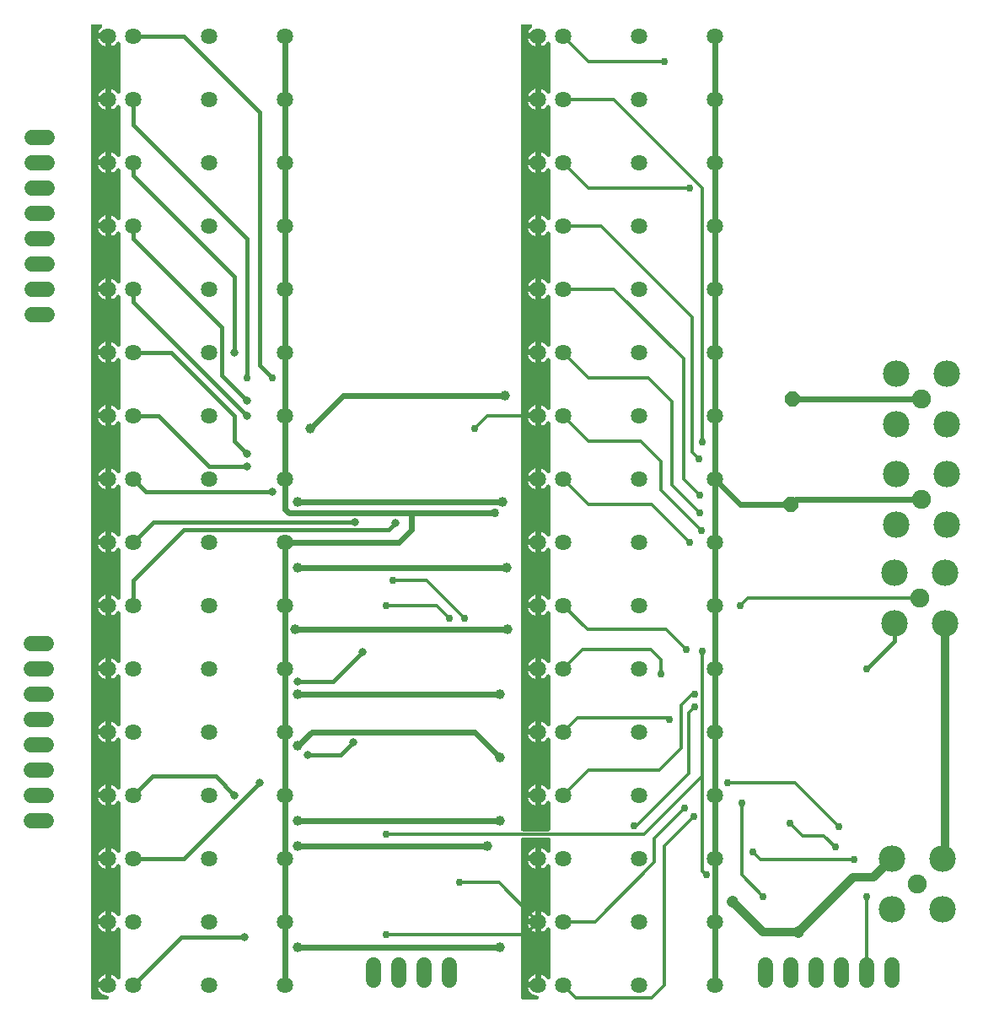
<source format=gbr>
G04 EAGLE Gerber RS-274X export*
G75*
%MOMM*%
%FSLAX34Y34*%
%LPD*%
%INBottom Copper*%
%IPPOS*%
%AMOC8*
5,1,8,0,0,1.08239X$1,22.5*%
G01*
%ADD10C,1.905000*%
%ADD11C,2.667000*%
%ADD12C,1.524000*%
%ADD13P,1.649562X8X22.500000*%
%ADD14C,1.638300*%
%ADD15C,0.756400*%
%ADD16C,0.304800*%
%ADD17C,0.406400*%
%ADD18C,0.806400*%
%ADD19C,0.812800*%
%ADD20C,1.206400*%
%ADD21C,0.609600*%
%ADD22C,0.856400*%
%ADD23C,1.006400*%

G36*
X112937Y10673D02*
X112937Y10673D01*
X112979Y10671D01*
X113137Y10693D01*
X113295Y10709D01*
X113336Y10721D01*
X113378Y10727D01*
X113528Y10780D01*
X113680Y10827D01*
X113717Y10847D01*
X113757Y10861D01*
X113894Y10943D01*
X114034Y11019D01*
X114067Y11046D01*
X114103Y11067D01*
X114221Y11174D01*
X114344Y11276D01*
X114370Y11309D01*
X114401Y11338D01*
X114496Y11466D01*
X114596Y11590D01*
X114615Y11628D01*
X114640Y11662D01*
X114708Y11806D01*
X114781Y11947D01*
X114793Y11988D01*
X114811Y12026D01*
X114849Y12181D01*
X114893Y12334D01*
X114896Y12376D01*
X114906Y12417D01*
X114913Y12577D01*
X114926Y12736D01*
X114921Y12778D01*
X114922Y12820D01*
X114897Y12977D01*
X114879Y13135D01*
X114866Y13176D01*
X114859Y13217D01*
X114803Y13367D01*
X114754Y13518D01*
X114733Y13555D01*
X114718Y13595D01*
X114634Y13730D01*
X114556Y13869D01*
X114528Y13901D01*
X114506Y13937D01*
X114397Y14053D01*
X114293Y14174D01*
X114259Y14199D01*
X114231Y14230D01*
X114100Y14323D01*
X113975Y14420D01*
X113937Y14439D01*
X113902Y14464D01*
X113757Y14529D01*
X113614Y14600D01*
X113573Y14611D01*
X113535Y14628D01*
X113267Y14693D01*
X113225Y14704D01*
X113219Y14705D01*
X113212Y14706D01*
X111787Y14932D01*
X110180Y15454D01*
X108675Y16221D01*
X107308Y17214D01*
X106114Y18408D01*
X105121Y19775D01*
X104354Y21280D01*
X103902Y22670D01*
X113601Y22670D01*
X113619Y22672D01*
X113637Y22671D01*
X113819Y22692D01*
X114002Y22710D01*
X114019Y22715D01*
X114037Y22717D01*
X114211Y22774D01*
X114387Y22828D01*
X114403Y22837D01*
X114419Y22842D01*
X114580Y22933D01*
X114741Y23020D01*
X114755Y23031D01*
X114770Y23040D01*
X114909Y23160D01*
X115050Y23278D01*
X115061Y23292D01*
X115075Y23303D01*
X115187Y23448D01*
X115302Y23591D01*
X115311Y23607D01*
X115322Y23621D01*
X115404Y23786D01*
X115488Y23949D01*
X115493Y23966D01*
X115501Y23982D01*
X115546Y24151D01*
X115608Y24172D01*
X115784Y24225D01*
X115800Y24234D01*
X115817Y24240D01*
X115977Y24330D01*
X116138Y24417D01*
X116152Y24429D01*
X116167Y24437D01*
X116307Y24558D01*
X116447Y24675D01*
X116459Y24689D01*
X116472Y24701D01*
X116585Y24846D01*
X116700Y24989D01*
X116708Y25005D01*
X116719Y25019D01*
X116801Y25184D01*
X116885Y25346D01*
X116890Y25363D01*
X116898Y25379D01*
X116946Y25557D01*
X116997Y25733D01*
X116998Y25751D01*
X117003Y25768D01*
X117030Y26099D01*
X117030Y35798D01*
X118420Y35346D01*
X119925Y34579D01*
X121292Y33586D01*
X122486Y32392D01*
X122817Y31937D01*
X122929Y31811D01*
X123036Y31682D01*
X123062Y31661D01*
X123084Y31636D01*
X123219Y31535D01*
X123350Y31429D01*
X123380Y31414D01*
X123406Y31394D01*
X123558Y31321D01*
X123707Y31244D01*
X123739Y31235D01*
X123770Y31220D01*
X123932Y31179D01*
X124094Y31132D01*
X124128Y31130D01*
X124160Y31122D01*
X124328Y31113D01*
X124496Y31100D01*
X124529Y31103D01*
X124562Y31102D01*
X124728Y31127D01*
X124895Y31146D01*
X124927Y31157D01*
X124960Y31162D01*
X125118Y31219D01*
X125278Y31271D01*
X125307Y31288D01*
X125339Y31299D01*
X125482Y31386D01*
X125629Y31469D01*
X125654Y31491D01*
X125683Y31508D01*
X125806Y31622D01*
X125934Y31732D01*
X125954Y31759D01*
X125978Y31781D01*
X126077Y31917D01*
X126180Y32050D01*
X126195Y32080D01*
X126215Y32107D01*
X126284Y32260D01*
X126360Y32411D01*
X126368Y32443D01*
X126382Y32474D01*
X126420Y32637D01*
X126464Y32800D01*
X126467Y32837D01*
X126474Y32866D01*
X126477Y32952D01*
X126491Y33131D01*
X126491Y81169D01*
X126475Y81337D01*
X126463Y81505D01*
X126455Y81537D01*
X126451Y81570D01*
X126402Y81731D01*
X126358Y81893D01*
X126343Y81923D01*
X126333Y81955D01*
X126253Y82103D01*
X126178Y82253D01*
X126157Y82280D01*
X126141Y82309D01*
X126034Y82438D01*
X125930Y82571D01*
X125905Y82593D01*
X125884Y82618D01*
X125753Y82724D01*
X125625Y82833D01*
X125596Y82850D01*
X125570Y82871D01*
X125421Y82948D01*
X125274Y83031D01*
X125242Y83041D01*
X125213Y83056D01*
X125051Y83103D01*
X124891Y83155D01*
X124858Y83158D01*
X124826Y83168D01*
X124658Y83181D01*
X124491Y83201D01*
X124458Y83198D01*
X124424Y83200D01*
X124257Y83181D01*
X124090Y83167D01*
X124058Y83157D01*
X124025Y83154D01*
X123865Y83101D01*
X123703Y83054D01*
X123673Y83039D01*
X123642Y83029D01*
X123495Y82946D01*
X123346Y82868D01*
X123320Y82847D01*
X123291Y82831D01*
X123164Y82721D01*
X123033Y82615D01*
X123009Y82587D01*
X122986Y82568D01*
X122933Y82499D01*
X122817Y82363D01*
X122486Y81908D01*
X121292Y80714D01*
X119925Y79721D01*
X118420Y78954D01*
X117030Y78502D01*
X117030Y88201D01*
X117028Y88219D01*
X117029Y88237D01*
X117008Y88419D01*
X116990Y88602D01*
X116985Y88619D01*
X116983Y88637D01*
X116926Y88811D01*
X116901Y88891D01*
X116946Y89057D01*
X116997Y89233D01*
X116998Y89251D01*
X117003Y89268D01*
X117030Y89599D01*
X117030Y99298D01*
X118420Y98846D01*
X119925Y98079D01*
X121292Y97086D01*
X122486Y95892D01*
X122817Y95437D01*
X122929Y95311D01*
X123036Y95182D01*
X123062Y95161D01*
X123084Y95136D01*
X123219Y95035D01*
X123350Y94929D01*
X123380Y94914D01*
X123406Y94894D01*
X123558Y94821D01*
X123707Y94744D01*
X123739Y94735D01*
X123769Y94720D01*
X123932Y94679D01*
X124094Y94632D01*
X124128Y94630D01*
X124160Y94622D01*
X124328Y94613D01*
X124496Y94600D01*
X124529Y94603D01*
X124562Y94602D01*
X124728Y94627D01*
X124895Y94646D01*
X124927Y94657D01*
X124960Y94662D01*
X125118Y94719D01*
X125278Y94771D01*
X125307Y94788D01*
X125338Y94799D01*
X125482Y94886D01*
X125629Y94969D01*
X125654Y94991D01*
X125682Y95008D01*
X125806Y95122D01*
X125933Y95232D01*
X125954Y95259D01*
X125978Y95281D01*
X126077Y95418D01*
X126180Y95550D01*
X126195Y95580D01*
X126215Y95607D01*
X126285Y95761D01*
X126360Y95911D01*
X126368Y95943D01*
X126382Y95973D01*
X126420Y96137D01*
X126464Y96300D01*
X126467Y96337D01*
X126474Y96365D01*
X126477Y96452D01*
X126491Y96631D01*
X126491Y144670D01*
X126475Y144837D01*
X126463Y145005D01*
X126455Y145037D01*
X126451Y145070D01*
X126402Y145231D01*
X126358Y145393D01*
X126343Y145423D01*
X126333Y145455D01*
X126253Y145603D01*
X126178Y145754D01*
X126157Y145780D01*
X126141Y145809D01*
X126034Y145938D01*
X125930Y146071D01*
X125905Y146093D01*
X125884Y146118D01*
X125752Y146224D01*
X125625Y146334D01*
X125596Y146350D01*
X125570Y146371D01*
X125421Y146448D01*
X125274Y146531D01*
X125242Y146541D01*
X125213Y146556D01*
X125051Y146603D01*
X124891Y146655D01*
X124858Y146658D01*
X124826Y146668D01*
X124658Y146681D01*
X124491Y146701D01*
X124458Y146698D01*
X124424Y146700D01*
X124257Y146681D01*
X124090Y146667D01*
X124058Y146657D01*
X124025Y146654D01*
X123864Y146601D01*
X123703Y146554D01*
X123673Y146539D01*
X123642Y146529D01*
X123495Y146446D01*
X123346Y146368D01*
X123320Y146347D01*
X123291Y146331D01*
X123164Y146221D01*
X123033Y146115D01*
X123009Y146087D01*
X122986Y146068D01*
X122934Y145999D01*
X122817Y145863D01*
X122486Y145408D01*
X121292Y144214D01*
X119925Y143221D01*
X118420Y142454D01*
X117030Y142002D01*
X117030Y151701D01*
X117028Y151719D01*
X117029Y151737D01*
X117008Y151919D01*
X116990Y152102D01*
X116985Y152119D01*
X116983Y152137D01*
X116926Y152311D01*
X116901Y152391D01*
X116946Y152557D01*
X116997Y152733D01*
X116998Y152751D01*
X117003Y152768D01*
X117030Y153099D01*
X117030Y162798D01*
X118420Y162346D01*
X119925Y161579D01*
X121292Y160586D01*
X122486Y159392D01*
X122817Y158937D01*
X122929Y158811D01*
X123036Y158682D01*
X123062Y158661D01*
X123084Y158636D01*
X123219Y158535D01*
X123350Y158429D01*
X123380Y158414D01*
X123406Y158394D01*
X123558Y158321D01*
X123707Y158244D01*
X123739Y158235D01*
X123769Y158220D01*
X123933Y158179D01*
X124094Y158132D01*
X124127Y158130D01*
X124160Y158122D01*
X124328Y158113D01*
X124496Y158100D01*
X124529Y158103D01*
X124562Y158102D01*
X124728Y158127D01*
X124895Y158146D01*
X124927Y158157D01*
X124960Y158162D01*
X125118Y158219D01*
X125278Y158271D01*
X125307Y158288D01*
X125338Y158299D01*
X125482Y158386D01*
X125629Y158469D01*
X125654Y158491D01*
X125682Y158508D01*
X125806Y158622D01*
X125933Y158732D01*
X125954Y158759D01*
X125978Y158781D01*
X126077Y158918D01*
X126180Y159050D01*
X126195Y159080D01*
X126215Y159107D01*
X126285Y159260D01*
X126360Y159411D01*
X126368Y159443D01*
X126382Y159473D01*
X126420Y159637D01*
X126464Y159800D01*
X126467Y159837D01*
X126474Y159865D01*
X126477Y159952D01*
X126491Y160130D01*
X126491Y208169D01*
X126475Y208337D01*
X126463Y208505D01*
X126455Y208537D01*
X126451Y208570D01*
X126402Y208731D01*
X126358Y208893D01*
X126343Y208923D01*
X126333Y208955D01*
X126253Y209103D01*
X126178Y209253D01*
X126157Y209280D01*
X126141Y209309D01*
X126034Y209438D01*
X125930Y209571D01*
X125905Y209593D01*
X125884Y209618D01*
X125753Y209724D01*
X125625Y209833D01*
X125596Y209850D01*
X125570Y209871D01*
X125421Y209948D01*
X125274Y210031D01*
X125242Y210041D01*
X125213Y210056D01*
X125051Y210103D01*
X124891Y210155D01*
X124858Y210158D01*
X124826Y210168D01*
X124658Y210181D01*
X124491Y210201D01*
X124458Y210198D01*
X124424Y210200D01*
X124257Y210181D01*
X124090Y210167D01*
X124058Y210157D01*
X124025Y210154D01*
X123865Y210101D01*
X123703Y210054D01*
X123673Y210039D01*
X123642Y210029D01*
X123495Y209946D01*
X123346Y209868D01*
X123320Y209847D01*
X123291Y209831D01*
X123164Y209721D01*
X123033Y209615D01*
X123009Y209587D01*
X122986Y209568D01*
X122934Y209499D01*
X122817Y209363D01*
X122486Y208908D01*
X121292Y207714D01*
X119925Y206721D01*
X118420Y205954D01*
X117030Y205502D01*
X117030Y215201D01*
X117028Y215219D01*
X117029Y215237D01*
X117008Y215419D01*
X116990Y215602D01*
X116985Y215619D01*
X116983Y215637D01*
X116926Y215811D01*
X116901Y215891D01*
X116946Y216057D01*
X116997Y216233D01*
X116998Y216251D01*
X117003Y216268D01*
X117030Y216599D01*
X117030Y226298D01*
X118420Y225846D01*
X119925Y225079D01*
X121292Y224086D01*
X122486Y222892D01*
X122817Y222437D01*
X122929Y222311D01*
X123036Y222182D01*
X123062Y222161D01*
X123084Y222136D01*
X123219Y222035D01*
X123350Y221929D01*
X123380Y221914D01*
X123406Y221894D01*
X123558Y221821D01*
X123707Y221744D01*
X123739Y221735D01*
X123769Y221720D01*
X123932Y221679D01*
X124094Y221632D01*
X124128Y221630D01*
X124160Y221622D01*
X124328Y221613D01*
X124496Y221600D01*
X124529Y221603D01*
X124562Y221602D01*
X124728Y221627D01*
X124895Y221646D01*
X124927Y221657D01*
X124960Y221662D01*
X125118Y221719D01*
X125278Y221771D01*
X125307Y221788D01*
X125338Y221799D01*
X125482Y221886D01*
X125629Y221969D01*
X125654Y221991D01*
X125682Y222008D01*
X125806Y222122D01*
X125933Y222232D01*
X125954Y222259D01*
X125978Y222281D01*
X126077Y222418D01*
X126180Y222550D01*
X126195Y222580D01*
X126215Y222607D01*
X126285Y222761D01*
X126360Y222911D01*
X126368Y222943D01*
X126382Y222973D01*
X126420Y223137D01*
X126464Y223300D01*
X126467Y223337D01*
X126474Y223365D01*
X126477Y223452D01*
X126491Y223631D01*
X126491Y271669D01*
X126475Y271837D01*
X126463Y272005D01*
X126455Y272037D01*
X126451Y272070D01*
X126402Y272231D01*
X126358Y272393D01*
X126343Y272423D01*
X126333Y272455D01*
X126253Y272603D01*
X126178Y272753D01*
X126157Y272780D01*
X126141Y272809D01*
X126034Y272938D01*
X125930Y273071D01*
X125905Y273093D01*
X125884Y273118D01*
X125753Y273224D01*
X125625Y273333D01*
X125596Y273350D01*
X125570Y273371D01*
X125421Y273448D01*
X125274Y273531D01*
X125242Y273541D01*
X125213Y273556D01*
X125051Y273603D01*
X124891Y273655D01*
X124858Y273658D01*
X124826Y273668D01*
X124658Y273681D01*
X124491Y273701D01*
X124458Y273698D01*
X124424Y273700D01*
X124257Y273681D01*
X124090Y273667D01*
X124058Y273657D01*
X124025Y273654D01*
X123865Y273601D01*
X123703Y273554D01*
X123673Y273539D01*
X123642Y273529D01*
X123495Y273446D01*
X123346Y273368D01*
X123320Y273347D01*
X123291Y273331D01*
X123164Y273221D01*
X123033Y273115D01*
X123009Y273087D01*
X122986Y273068D01*
X122934Y272999D01*
X122817Y272863D01*
X122486Y272408D01*
X121292Y271214D01*
X119925Y270221D01*
X118420Y269454D01*
X117030Y269002D01*
X117030Y278701D01*
X117028Y278719D01*
X117029Y278737D01*
X117008Y278919D01*
X116990Y279102D01*
X116985Y279119D01*
X116983Y279137D01*
X116926Y279311D01*
X116901Y279391D01*
X116946Y279557D01*
X116997Y279733D01*
X116998Y279751D01*
X117003Y279768D01*
X117030Y280099D01*
X117030Y289798D01*
X118420Y289346D01*
X119925Y288579D01*
X121292Y287586D01*
X122486Y286392D01*
X122817Y285937D01*
X122929Y285811D01*
X123036Y285682D01*
X123062Y285661D01*
X123084Y285636D01*
X123219Y285535D01*
X123350Y285429D01*
X123380Y285414D01*
X123406Y285394D01*
X123558Y285321D01*
X123707Y285244D01*
X123739Y285235D01*
X123769Y285220D01*
X123932Y285179D01*
X124094Y285132D01*
X124128Y285130D01*
X124160Y285122D01*
X124328Y285113D01*
X124496Y285100D01*
X124529Y285103D01*
X124562Y285102D01*
X124728Y285127D01*
X124895Y285146D01*
X124927Y285157D01*
X124960Y285162D01*
X125118Y285219D01*
X125278Y285271D01*
X125307Y285288D01*
X125338Y285299D01*
X125482Y285386D01*
X125629Y285469D01*
X125654Y285491D01*
X125682Y285508D01*
X125806Y285622D01*
X125933Y285732D01*
X125954Y285759D01*
X125978Y285781D01*
X126077Y285918D01*
X126180Y286050D01*
X126195Y286080D01*
X126215Y286107D01*
X126285Y286261D01*
X126360Y286411D01*
X126368Y286443D01*
X126382Y286473D01*
X126420Y286637D01*
X126464Y286800D01*
X126467Y286837D01*
X126474Y286865D01*
X126477Y286952D01*
X126491Y287131D01*
X126491Y335169D01*
X126475Y335337D01*
X126463Y335505D01*
X126455Y335537D01*
X126451Y335570D01*
X126402Y335731D01*
X126358Y335893D01*
X126343Y335923D01*
X126333Y335955D01*
X126253Y336103D01*
X126178Y336253D01*
X126157Y336280D01*
X126141Y336309D01*
X126034Y336438D01*
X125930Y336571D01*
X125905Y336593D01*
X125884Y336618D01*
X125753Y336724D01*
X125625Y336833D01*
X125596Y336850D01*
X125570Y336871D01*
X125421Y336948D01*
X125274Y337031D01*
X125242Y337041D01*
X125213Y337056D01*
X125051Y337103D01*
X124891Y337155D01*
X124858Y337158D01*
X124826Y337168D01*
X124658Y337181D01*
X124491Y337201D01*
X124458Y337198D01*
X124424Y337200D01*
X124257Y337181D01*
X124090Y337167D01*
X124058Y337157D01*
X124025Y337154D01*
X123865Y337101D01*
X123703Y337054D01*
X123673Y337039D01*
X123642Y337029D01*
X123495Y336946D01*
X123346Y336868D01*
X123320Y336847D01*
X123291Y336831D01*
X123164Y336721D01*
X123033Y336615D01*
X123009Y336587D01*
X122986Y336568D01*
X122934Y336499D01*
X122817Y336363D01*
X122486Y335908D01*
X121292Y334714D01*
X119925Y333721D01*
X118420Y332954D01*
X117030Y332502D01*
X117030Y342201D01*
X117028Y342219D01*
X117029Y342237D01*
X117008Y342419D01*
X116990Y342602D01*
X116985Y342619D01*
X116983Y342637D01*
X116926Y342811D01*
X116901Y342891D01*
X116946Y343057D01*
X116997Y343233D01*
X116998Y343251D01*
X117003Y343268D01*
X117030Y343599D01*
X117030Y353298D01*
X118420Y352846D01*
X119925Y352079D01*
X121292Y351086D01*
X122486Y349892D01*
X122817Y349437D01*
X122929Y349311D01*
X123036Y349182D01*
X123062Y349161D01*
X123084Y349136D01*
X123219Y349035D01*
X123350Y348929D01*
X123380Y348914D01*
X123406Y348894D01*
X123558Y348821D01*
X123707Y348744D01*
X123739Y348735D01*
X123769Y348720D01*
X123933Y348679D01*
X124094Y348632D01*
X124127Y348630D01*
X124160Y348622D01*
X124328Y348613D01*
X124496Y348600D01*
X124529Y348603D01*
X124562Y348602D01*
X124728Y348627D01*
X124895Y348646D01*
X124927Y348657D01*
X124960Y348662D01*
X125118Y348719D01*
X125278Y348771D01*
X125307Y348788D01*
X125338Y348799D01*
X125482Y348886D01*
X125629Y348969D01*
X125654Y348991D01*
X125682Y349008D01*
X125806Y349122D01*
X125933Y349232D01*
X125954Y349259D01*
X125978Y349281D01*
X126077Y349418D01*
X126180Y349550D01*
X126195Y349580D01*
X126215Y349607D01*
X126285Y349760D01*
X126360Y349911D01*
X126368Y349943D01*
X126382Y349973D01*
X126420Y350137D01*
X126464Y350300D01*
X126467Y350337D01*
X126474Y350365D01*
X126477Y350452D01*
X126491Y350630D01*
X126491Y398670D01*
X126491Y398673D01*
X126491Y398675D01*
X126475Y398837D01*
X126463Y399005D01*
X126455Y399037D01*
X126451Y399070D01*
X126402Y399231D01*
X126358Y399393D01*
X126343Y399423D01*
X126333Y399455D01*
X126253Y399603D01*
X126178Y399754D01*
X126157Y399780D01*
X126141Y399809D01*
X126034Y399938D01*
X125930Y400071D01*
X125905Y400093D01*
X125884Y400118D01*
X125752Y400224D01*
X125625Y400334D01*
X125596Y400350D01*
X125570Y400371D01*
X125421Y400448D01*
X125274Y400531D01*
X125242Y400541D01*
X125213Y400556D01*
X125051Y400603D01*
X124891Y400655D01*
X124858Y400658D01*
X124826Y400668D01*
X124658Y400681D01*
X124491Y400701D01*
X124458Y400698D01*
X124424Y400700D01*
X124257Y400681D01*
X124090Y400667D01*
X124058Y400657D01*
X124025Y400654D01*
X123864Y400601D01*
X123703Y400554D01*
X123673Y400539D01*
X123642Y400529D01*
X123495Y400446D01*
X123346Y400368D01*
X123320Y400347D01*
X123291Y400331D01*
X123164Y400221D01*
X123033Y400115D01*
X123009Y400087D01*
X122986Y400068D01*
X122934Y399999D01*
X122817Y399863D01*
X122486Y399408D01*
X121292Y398214D01*
X119925Y397221D01*
X118420Y396454D01*
X117030Y396002D01*
X117030Y405701D01*
X117028Y405719D01*
X117029Y405737D01*
X117008Y405919D01*
X116990Y406102D01*
X116985Y406119D01*
X116983Y406137D01*
X116926Y406311D01*
X116901Y406391D01*
X116946Y406557D01*
X116997Y406733D01*
X116998Y406751D01*
X117003Y406768D01*
X117030Y407099D01*
X117030Y416798D01*
X118420Y416346D01*
X119925Y415579D01*
X121292Y414586D01*
X122486Y413392D01*
X122817Y412937D01*
X122929Y412811D01*
X123036Y412682D01*
X123062Y412661D01*
X123084Y412636D01*
X123219Y412535D01*
X123350Y412429D01*
X123380Y412414D01*
X123406Y412394D01*
X123558Y412321D01*
X123707Y412244D01*
X123739Y412235D01*
X123769Y412220D01*
X123933Y412179D01*
X124094Y412132D01*
X124127Y412130D01*
X124160Y412122D01*
X124328Y412113D01*
X124496Y412100D01*
X124529Y412103D01*
X124562Y412102D01*
X124728Y412127D01*
X124895Y412146D01*
X124927Y412157D01*
X124960Y412162D01*
X125118Y412219D01*
X125278Y412271D01*
X125307Y412288D01*
X125338Y412299D01*
X125482Y412386D01*
X125629Y412469D01*
X125654Y412491D01*
X125682Y412508D01*
X125806Y412622D01*
X125933Y412732D01*
X125954Y412759D01*
X125978Y412781D01*
X126077Y412918D01*
X126180Y413050D01*
X126195Y413080D01*
X126215Y413107D01*
X126285Y413260D01*
X126360Y413411D01*
X126368Y413443D01*
X126382Y413473D01*
X126420Y413637D01*
X126464Y413800D01*
X126467Y413837D01*
X126474Y413865D01*
X126477Y413952D01*
X126491Y414130D01*
X126491Y462169D01*
X126475Y462337D01*
X126463Y462505D01*
X126455Y462537D01*
X126451Y462570D01*
X126402Y462731D01*
X126358Y462893D01*
X126343Y462923D01*
X126333Y462955D01*
X126253Y463103D01*
X126178Y463253D01*
X126157Y463280D01*
X126141Y463309D01*
X126034Y463438D01*
X125930Y463571D01*
X125905Y463593D01*
X125884Y463618D01*
X125753Y463724D01*
X125625Y463833D01*
X125596Y463850D01*
X125570Y463871D01*
X125421Y463948D01*
X125274Y464031D01*
X125242Y464041D01*
X125213Y464056D01*
X125051Y464103D01*
X124891Y464155D01*
X124858Y464158D01*
X124826Y464168D01*
X124658Y464181D01*
X124491Y464201D01*
X124458Y464198D01*
X124424Y464200D01*
X124257Y464181D01*
X124090Y464167D01*
X124058Y464157D01*
X124025Y464154D01*
X123865Y464101D01*
X123703Y464054D01*
X123673Y464039D01*
X123642Y464029D01*
X123495Y463946D01*
X123346Y463868D01*
X123320Y463847D01*
X123291Y463831D01*
X123164Y463721D01*
X123033Y463615D01*
X123009Y463587D01*
X122986Y463568D01*
X122934Y463499D01*
X122817Y463363D01*
X122486Y462908D01*
X121292Y461714D01*
X119925Y460721D01*
X118420Y459954D01*
X117030Y459502D01*
X117030Y469201D01*
X117028Y469219D01*
X117029Y469237D01*
X117008Y469419D01*
X116990Y469602D01*
X116985Y469619D01*
X116983Y469637D01*
X116926Y469811D01*
X116901Y469891D01*
X116946Y470057D01*
X116997Y470233D01*
X116998Y470251D01*
X117003Y470268D01*
X117030Y470599D01*
X117030Y480298D01*
X118420Y479846D01*
X119925Y479079D01*
X121292Y478086D01*
X122486Y476892D01*
X122817Y476437D01*
X122929Y476311D01*
X123036Y476182D01*
X123062Y476161D01*
X123084Y476136D01*
X123219Y476035D01*
X123350Y475929D01*
X123380Y475914D01*
X123406Y475894D01*
X123558Y475821D01*
X123707Y475744D01*
X123739Y475735D01*
X123769Y475720D01*
X123932Y475679D01*
X124094Y475632D01*
X124128Y475630D01*
X124160Y475622D01*
X124328Y475613D01*
X124496Y475600D01*
X124529Y475603D01*
X124562Y475602D01*
X124728Y475627D01*
X124895Y475646D01*
X124927Y475657D01*
X124960Y475662D01*
X125118Y475719D01*
X125278Y475771D01*
X125307Y475788D01*
X125338Y475799D01*
X125482Y475886D01*
X125629Y475969D01*
X125654Y475991D01*
X125682Y476008D01*
X125806Y476122D01*
X125933Y476232D01*
X125954Y476259D01*
X125978Y476281D01*
X126077Y476418D01*
X126180Y476550D01*
X126195Y476580D01*
X126215Y476607D01*
X126285Y476761D01*
X126360Y476911D01*
X126368Y476943D01*
X126382Y476973D01*
X126420Y477137D01*
X126464Y477300D01*
X126467Y477337D01*
X126474Y477365D01*
X126477Y477452D01*
X126491Y477631D01*
X126491Y525669D01*
X126475Y525837D01*
X126463Y526005D01*
X126455Y526037D01*
X126451Y526070D01*
X126402Y526231D01*
X126358Y526393D01*
X126343Y526423D01*
X126333Y526455D01*
X126253Y526603D01*
X126178Y526753D01*
X126157Y526780D01*
X126141Y526809D01*
X126034Y526938D01*
X125930Y527071D01*
X125905Y527093D01*
X125884Y527118D01*
X125753Y527224D01*
X125625Y527333D01*
X125596Y527350D01*
X125570Y527371D01*
X125421Y527448D01*
X125274Y527531D01*
X125242Y527541D01*
X125213Y527556D01*
X125051Y527603D01*
X124891Y527655D01*
X124858Y527658D01*
X124826Y527668D01*
X124658Y527681D01*
X124491Y527701D01*
X124458Y527698D01*
X124424Y527700D01*
X124257Y527681D01*
X124090Y527667D01*
X124058Y527657D01*
X124025Y527654D01*
X123865Y527601D01*
X123703Y527554D01*
X123673Y527539D01*
X123642Y527529D01*
X123495Y527446D01*
X123346Y527368D01*
X123320Y527347D01*
X123291Y527331D01*
X123164Y527221D01*
X123033Y527115D01*
X123009Y527087D01*
X122986Y527068D01*
X122934Y526999D01*
X122817Y526863D01*
X122486Y526408D01*
X121292Y525214D01*
X119925Y524221D01*
X118420Y523454D01*
X117030Y523002D01*
X117030Y532701D01*
X117028Y532718D01*
X117029Y532736D01*
X117029Y532737D01*
X117008Y532919D01*
X116990Y533102D01*
X116985Y533119D01*
X116983Y533137D01*
X116926Y533311D01*
X116901Y533391D01*
X116946Y533557D01*
X116997Y533733D01*
X116998Y533751D01*
X117003Y533768D01*
X117030Y534099D01*
X117030Y543798D01*
X118420Y543346D01*
X119925Y542579D01*
X121292Y541586D01*
X122486Y540392D01*
X122817Y539937D01*
X122929Y539811D01*
X123036Y539682D01*
X123062Y539661D01*
X123084Y539636D01*
X123219Y539535D01*
X123350Y539429D01*
X123380Y539414D01*
X123406Y539394D01*
X123558Y539321D01*
X123707Y539244D01*
X123739Y539235D01*
X123769Y539220D01*
X123932Y539179D01*
X124094Y539132D01*
X124128Y539130D01*
X124160Y539122D01*
X124328Y539113D01*
X124496Y539100D01*
X124529Y539103D01*
X124562Y539102D01*
X124728Y539127D01*
X124895Y539146D01*
X124927Y539157D01*
X124960Y539162D01*
X125118Y539219D01*
X125278Y539271D01*
X125307Y539288D01*
X125338Y539299D01*
X125482Y539386D01*
X125629Y539469D01*
X125654Y539491D01*
X125682Y539508D01*
X125806Y539622D01*
X125933Y539732D01*
X125954Y539759D01*
X125978Y539781D01*
X126077Y539918D01*
X126180Y540050D01*
X126195Y540080D01*
X126215Y540107D01*
X126285Y540261D01*
X126360Y540411D01*
X126368Y540443D01*
X126382Y540473D01*
X126420Y540637D01*
X126464Y540800D01*
X126467Y540837D01*
X126474Y540865D01*
X126477Y540952D01*
X126491Y541131D01*
X126491Y589169D01*
X126475Y589337D01*
X126463Y589505D01*
X126455Y589537D01*
X126451Y589570D01*
X126402Y589731D01*
X126358Y589893D01*
X126343Y589923D01*
X126333Y589955D01*
X126253Y590103D01*
X126178Y590253D01*
X126157Y590280D01*
X126141Y590309D01*
X126034Y590438D01*
X125930Y590571D01*
X125905Y590593D01*
X125884Y590618D01*
X125753Y590724D01*
X125625Y590833D01*
X125596Y590850D01*
X125570Y590871D01*
X125421Y590948D01*
X125274Y591031D01*
X125242Y591041D01*
X125213Y591056D01*
X125051Y591103D01*
X124891Y591155D01*
X124858Y591158D01*
X124826Y591168D01*
X124658Y591181D01*
X124491Y591201D01*
X124458Y591198D01*
X124424Y591200D01*
X124257Y591181D01*
X124090Y591167D01*
X124058Y591157D01*
X124025Y591154D01*
X123865Y591101D01*
X123703Y591054D01*
X123673Y591039D01*
X123642Y591029D01*
X123495Y590946D01*
X123346Y590868D01*
X123320Y590847D01*
X123291Y590831D01*
X123164Y590721D01*
X123033Y590615D01*
X123009Y590587D01*
X122986Y590568D01*
X122934Y590499D01*
X122817Y590363D01*
X122486Y589908D01*
X121292Y588714D01*
X119925Y587721D01*
X118420Y586954D01*
X117030Y586502D01*
X117030Y596201D01*
X117028Y596219D01*
X117029Y596237D01*
X117008Y596419D01*
X116990Y596602D01*
X116985Y596619D01*
X116983Y596637D01*
X116926Y596811D01*
X116901Y596891D01*
X116946Y597057D01*
X116997Y597233D01*
X116998Y597251D01*
X117003Y597268D01*
X117030Y597599D01*
X117030Y607298D01*
X118420Y606846D01*
X119925Y606079D01*
X121292Y605086D01*
X122486Y603892D01*
X122817Y603437D01*
X122929Y603311D01*
X123036Y603182D01*
X123062Y603161D01*
X123084Y603136D01*
X123219Y603035D01*
X123350Y602929D01*
X123380Y602914D01*
X123406Y602894D01*
X123558Y602821D01*
X123707Y602744D01*
X123739Y602735D01*
X123769Y602720D01*
X123932Y602679D01*
X124094Y602632D01*
X124128Y602630D01*
X124160Y602622D01*
X124328Y602613D01*
X124496Y602600D01*
X124529Y602603D01*
X124562Y602602D01*
X124728Y602627D01*
X124895Y602646D01*
X124927Y602657D01*
X124960Y602662D01*
X125118Y602719D01*
X125278Y602771D01*
X125307Y602788D01*
X125338Y602799D01*
X125482Y602886D01*
X125629Y602969D01*
X125654Y602991D01*
X125682Y603008D01*
X125806Y603122D01*
X125933Y603232D01*
X125954Y603259D01*
X125978Y603281D01*
X126077Y603418D01*
X126180Y603550D01*
X126195Y603580D01*
X126215Y603607D01*
X126285Y603761D01*
X126360Y603911D01*
X126368Y603943D01*
X126382Y603973D01*
X126420Y604137D01*
X126464Y604300D01*
X126467Y604337D01*
X126474Y604365D01*
X126477Y604452D01*
X126491Y604631D01*
X126491Y652670D01*
X126475Y652837D01*
X126463Y653005D01*
X126455Y653037D01*
X126451Y653070D01*
X126402Y653231D01*
X126358Y653393D01*
X126343Y653423D01*
X126333Y653455D01*
X126253Y653603D01*
X126178Y653754D01*
X126157Y653780D01*
X126141Y653809D01*
X126034Y653938D01*
X125930Y654071D01*
X125905Y654093D01*
X125884Y654118D01*
X125752Y654224D01*
X125625Y654334D01*
X125596Y654350D01*
X125570Y654371D01*
X125421Y654448D01*
X125274Y654531D01*
X125242Y654541D01*
X125213Y654556D01*
X125051Y654603D01*
X124891Y654655D01*
X124858Y654658D01*
X124826Y654668D01*
X124658Y654681D01*
X124491Y654701D01*
X124458Y654698D01*
X124424Y654700D01*
X124257Y654681D01*
X124090Y654667D01*
X124058Y654657D01*
X124025Y654654D01*
X123864Y654601D01*
X123703Y654554D01*
X123673Y654539D01*
X123642Y654529D01*
X123495Y654446D01*
X123346Y654368D01*
X123320Y654347D01*
X123291Y654331D01*
X123164Y654221D01*
X123033Y654115D01*
X123009Y654087D01*
X122986Y654068D01*
X122934Y653999D01*
X122817Y653863D01*
X122486Y653408D01*
X121292Y652214D01*
X119925Y651221D01*
X118420Y650454D01*
X117030Y650002D01*
X117030Y659701D01*
X117028Y659719D01*
X117029Y659737D01*
X117008Y659919D01*
X116990Y660102D01*
X116985Y660119D01*
X116983Y660137D01*
X116926Y660311D01*
X116901Y660391D01*
X116946Y660557D01*
X116997Y660733D01*
X116998Y660751D01*
X117003Y660768D01*
X117030Y661099D01*
X117030Y670798D01*
X118420Y670346D01*
X119925Y669579D01*
X121292Y668586D01*
X122486Y667392D01*
X122817Y666937D01*
X122929Y666811D01*
X123036Y666682D01*
X123062Y666661D01*
X123084Y666636D01*
X123219Y666535D01*
X123350Y666429D01*
X123380Y666414D01*
X123406Y666394D01*
X123558Y666321D01*
X123707Y666244D01*
X123739Y666235D01*
X123769Y666220D01*
X123933Y666179D01*
X124094Y666132D01*
X124127Y666130D01*
X124160Y666122D01*
X124328Y666113D01*
X124496Y666100D01*
X124529Y666103D01*
X124562Y666102D01*
X124728Y666127D01*
X124895Y666146D01*
X124927Y666157D01*
X124960Y666162D01*
X125118Y666219D01*
X125278Y666271D01*
X125307Y666288D01*
X125338Y666299D01*
X125482Y666386D01*
X125629Y666469D01*
X125654Y666491D01*
X125682Y666508D01*
X125806Y666622D01*
X125933Y666732D01*
X125954Y666759D01*
X125978Y666781D01*
X126077Y666918D01*
X126180Y667050D01*
X126195Y667080D01*
X126215Y667107D01*
X126285Y667260D01*
X126360Y667411D01*
X126368Y667443D01*
X126382Y667473D01*
X126420Y667637D01*
X126464Y667800D01*
X126467Y667837D01*
X126474Y667865D01*
X126477Y667952D01*
X126491Y668130D01*
X126491Y716170D01*
X126475Y716337D01*
X126463Y716505D01*
X126455Y716537D01*
X126451Y716570D01*
X126402Y716731D01*
X126358Y716893D01*
X126343Y716923D01*
X126333Y716955D01*
X126253Y717103D01*
X126178Y717254D01*
X126157Y717280D01*
X126141Y717309D01*
X126034Y717438D01*
X125930Y717571D01*
X125905Y717593D01*
X125884Y717618D01*
X125752Y717724D01*
X125625Y717834D01*
X125596Y717850D01*
X125570Y717871D01*
X125421Y717948D01*
X125274Y718031D01*
X125242Y718041D01*
X125213Y718056D01*
X125051Y718103D01*
X124891Y718155D01*
X124858Y718158D01*
X124826Y718168D01*
X124658Y718181D01*
X124491Y718201D01*
X124458Y718198D01*
X124424Y718200D01*
X124257Y718181D01*
X124090Y718167D01*
X124058Y718157D01*
X124025Y718154D01*
X123864Y718101D01*
X123703Y718054D01*
X123673Y718039D01*
X123642Y718029D01*
X123495Y717946D01*
X123346Y717868D01*
X123320Y717847D01*
X123291Y717831D01*
X123164Y717721D01*
X123033Y717615D01*
X123009Y717587D01*
X122986Y717568D01*
X122934Y717499D01*
X122817Y717363D01*
X122486Y716908D01*
X121292Y715714D01*
X119925Y714721D01*
X118420Y713954D01*
X117030Y713502D01*
X117030Y723201D01*
X117028Y723219D01*
X117029Y723237D01*
X117008Y723419D01*
X116990Y723602D01*
X116985Y723619D01*
X116983Y723637D01*
X116926Y723811D01*
X116901Y723891D01*
X116946Y724057D01*
X116997Y724233D01*
X116998Y724251D01*
X117003Y724268D01*
X117030Y724599D01*
X117030Y734298D01*
X118420Y733846D01*
X119925Y733079D01*
X121292Y732086D01*
X122486Y730892D01*
X122817Y730437D01*
X122929Y730311D01*
X123036Y730182D01*
X123062Y730161D01*
X123084Y730136D01*
X123219Y730035D01*
X123350Y729929D01*
X123380Y729914D01*
X123406Y729894D01*
X123558Y729821D01*
X123707Y729744D01*
X123739Y729735D01*
X123769Y729720D01*
X123933Y729679D01*
X124094Y729632D01*
X124127Y729630D01*
X124160Y729622D01*
X124328Y729613D01*
X124496Y729600D01*
X124529Y729603D01*
X124562Y729602D01*
X124728Y729627D01*
X124895Y729646D01*
X124927Y729657D01*
X124960Y729662D01*
X125118Y729719D01*
X125278Y729771D01*
X125307Y729788D01*
X125338Y729799D01*
X125482Y729886D01*
X125629Y729969D01*
X125654Y729991D01*
X125682Y730008D01*
X125806Y730122D01*
X125933Y730232D01*
X125954Y730259D01*
X125978Y730281D01*
X126077Y730418D01*
X126180Y730550D01*
X126195Y730580D01*
X126215Y730607D01*
X126285Y730760D01*
X126360Y730911D01*
X126368Y730943D01*
X126382Y730973D01*
X126420Y731137D01*
X126464Y731300D01*
X126467Y731337D01*
X126474Y731365D01*
X126477Y731452D01*
X126491Y731630D01*
X126491Y779669D01*
X126475Y779837D01*
X126463Y780005D01*
X126455Y780037D01*
X126451Y780070D01*
X126402Y780231D01*
X126358Y780393D01*
X126343Y780423D01*
X126333Y780455D01*
X126253Y780603D01*
X126178Y780753D01*
X126157Y780780D01*
X126141Y780809D01*
X126034Y780938D01*
X125930Y781071D01*
X125905Y781093D01*
X125884Y781118D01*
X125753Y781224D01*
X125625Y781333D01*
X125596Y781350D01*
X125570Y781371D01*
X125421Y781448D01*
X125274Y781531D01*
X125242Y781541D01*
X125213Y781556D01*
X125051Y781603D01*
X124891Y781655D01*
X124858Y781658D01*
X124826Y781668D01*
X124658Y781681D01*
X124491Y781701D01*
X124458Y781698D01*
X124424Y781700D01*
X124257Y781681D01*
X124090Y781667D01*
X124058Y781657D01*
X124025Y781654D01*
X123865Y781601D01*
X123703Y781554D01*
X123673Y781539D01*
X123642Y781529D01*
X123495Y781446D01*
X123346Y781368D01*
X123320Y781347D01*
X123291Y781331D01*
X123164Y781221D01*
X123033Y781115D01*
X123009Y781087D01*
X122986Y781068D01*
X122934Y780999D01*
X122817Y780863D01*
X122486Y780408D01*
X121292Y779214D01*
X119925Y778221D01*
X118420Y777454D01*
X117030Y777002D01*
X117030Y786701D01*
X117028Y786719D01*
X117029Y786737D01*
X117008Y786919D01*
X116990Y787102D01*
X116985Y787119D01*
X116983Y787137D01*
X116926Y787311D01*
X116901Y787391D01*
X116946Y787557D01*
X116997Y787733D01*
X116998Y787751D01*
X117003Y787768D01*
X117030Y788099D01*
X117030Y797798D01*
X118420Y797346D01*
X119925Y796579D01*
X121292Y795586D01*
X122486Y794392D01*
X122817Y793937D01*
X122929Y793811D01*
X123036Y793682D01*
X123062Y793661D01*
X123084Y793636D01*
X123219Y793535D01*
X123350Y793429D01*
X123380Y793414D01*
X123406Y793394D01*
X123558Y793321D01*
X123707Y793244D01*
X123739Y793235D01*
X123769Y793220D01*
X123932Y793179D01*
X124094Y793132D01*
X124128Y793130D01*
X124160Y793122D01*
X124328Y793113D01*
X124496Y793100D01*
X124529Y793103D01*
X124562Y793102D01*
X124728Y793127D01*
X124895Y793146D01*
X124927Y793157D01*
X124960Y793162D01*
X125118Y793219D01*
X125278Y793271D01*
X125307Y793288D01*
X125338Y793299D01*
X125482Y793386D01*
X125629Y793469D01*
X125654Y793491D01*
X125682Y793508D01*
X125806Y793622D01*
X125933Y793732D01*
X125954Y793759D01*
X125978Y793781D01*
X126077Y793918D01*
X126180Y794050D01*
X126195Y794080D01*
X126215Y794107D01*
X126285Y794261D01*
X126360Y794411D01*
X126368Y794443D01*
X126382Y794473D01*
X126420Y794637D01*
X126464Y794800D01*
X126467Y794837D01*
X126474Y794865D01*
X126477Y794952D01*
X126491Y795131D01*
X126491Y843169D01*
X126475Y843337D01*
X126463Y843505D01*
X126455Y843537D01*
X126451Y843570D01*
X126402Y843731D01*
X126358Y843893D01*
X126343Y843923D01*
X126333Y843955D01*
X126253Y844103D01*
X126178Y844253D01*
X126157Y844280D01*
X126141Y844309D01*
X126034Y844438D01*
X125930Y844571D01*
X125905Y844593D01*
X125884Y844618D01*
X125753Y844724D01*
X125625Y844833D01*
X125596Y844850D01*
X125570Y844871D01*
X125421Y844948D01*
X125274Y845031D01*
X125242Y845041D01*
X125213Y845056D01*
X125051Y845103D01*
X124891Y845155D01*
X124858Y845158D01*
X124826Y845168D01*
X124658Y845181D01*
X124491Y845201D01*
X124458Y845198D01*
X124424Y845200D01*
X124257Y845181D01*
X124090Y845167D01*
X124058Y845157D01*
X124025Y845154D01*
X123865Y845101D01*
X123703Y845054D01*
X123673Y845039D01*
X123642Y845029D01*
X123495Y844946D01*
X123346Y844868D01*
X123320Y844847D01*
X123291Y844831D01*
X123164Y844721D01*
X123033Y844615D01*
X123009Y844587D01*
X122986Y844568D01*
X122934Y844499D01*
X122817Y844363D01*
X122486Y843908D01*
X121292Y842714D01*
X119925Y841721D01*
X118420Y840954D01*
X117030Y840502D01*
X117030Y850201D01*
X117028Y850219D01*
X117029Y850237D01*
X117008Y850419D01*
X116990Y850602D01*
X116985Y850619D01*
X116983Y850637D01*
X116926Y850811D01*
X116901Y850891D01*
X116946Y851057D01*
X116997Y851233D01*
X116998Y851251D01*
X117003Y851268D01*
X117030Y851599D01*
X117030Y861298D01*
X118420Y860846D01*
X119925Y860079D01*
X121292Y859086D01*
X122486Y857892D01*
X122817Y857437D01*
X122929Y857311D01*
X123036Y857182D01*
X123062Y857161D01*
X123084Y857136D01*
X123219Y857035D01*
X123350Y856929D01*
X123380Y856914D01*
X123406Y856894D01*
X123558Y856821D01*
X123707Y856744D01*
X123739Y856735D01*
X123769Y856720D01*
X123933Y856679D01*
X124094Y856632D01*
X124127Y856630D01*
X124160Y856622D01*
X124328Y856613D01*
X124496Y856600D01*
X124529Y856603D01*
X124562Y856602D01*
X124728Y856627D01*
X124895Y856646D01*
X124927Y856657D01*
X124960Y856662D01*
X125118Y856719D01*
X125278Y856771D01*
X125307Y856788D01*
X125338Y856799D01*
X125482Y856886D01*
X125629Y856969D01*
X125654Y856991D01*
X125682Y857008D01*
X125806Y857122D01*
X125933Y857232D01*
X125954Y857259D01*
X125978Y857281D01*
X126077Y857418D01*
X126180Y857550D01*
X126195Y857580D01*
X126215Y857607D01*
X126285Y857760D01*
X126360Y857911D01*
X126368Y857943D01*
X126382Y857973D01*
X126420Y858137D01*
X126464Y858300D01*
X126467Y858337D01*
X126474Y858365D01*
X126477Y858452D01*
X126491Y858630D01*
X126491Y906670D01*
X126475Y906837D01*
X126463Y907005D01*
X126455Y907037D01*
X126451Y907070D01*
X126402Y907231D01*
X126358Y907393D01*
X126343Y907423D01*
X126333Y907455D01*
X126253Y907603D01*
X126178Y907754D01*
X126157Y907780D01*
X126141Y907809D01*
X126034Y907938D01*
X125930Y908071D01*
X125905Y908093D01*
X125884Y908118D01*
X125752Y908224D01*
X125625Y908334D01*
X125596Y908350D01*
X125570Y908371D01*
X125421Y908448D01*
X125274Y908531D01*
X125242Y908541D01*
X125213Y908556D01*
X125051Y908603D01*
X124891Y908655D01*
X124858Y908658D01*
X124826Y908668D01*
X124658Y908681D01*
X124491Y908701D01*
X124458Y908698D01*
X124424Y908700D01*
X124257Y908681D01*
X124090Y908667D01*
X124058Y908657D01*
X124025Y908654D01*
X123864Y908601D01*
X123703Y908554D01*
X123673Y908539D01*
X123642Y908529D01*
X123495Y908446D01*
X123346Y908368D01*
X123320Y908347D01*
X123291Y908331D01*
X123164Y908221D01*
X123033Y908115D01*
X123009Y908087D01*
X122986Y908068D01*
X122934Y907999D01*
X122817Y907863D01*
X122486Y907408D01*
X121292Y906214D01*
X119925Y905221D01*
X118420Y904454D01*
X117030Y904002D01*
X117030Y913701D01*
X117028Y913719D01*
X117029Y913737D01*
X117008Y913919D01*
X116990Y914102D01*
X116985Y914119D01*
X116983Y914137D01*
X116926Y914311D01*
X116901Y914391D01*
X116946Y914557D01*
X116997Y914733D01*
X116998Y914751D01*
X117003Y914768D01*
X117030Y915099D01*
X117030Y924798D01*
X118420Y924346D01*
X119925Y923579D01*
X121292Y922586D01*
X122486Y921392D01*
X122817Y920937D01*
X122929Y920811D01*
X123036Y920682D01*
X123062Y920661D01*
X123084Y920636D01*
X123219Y920535D01*
X123350Y920429D01*
X123380Y920414D01*
X123406Y920394D01*
X123558Y920321D01*
X123707Y920244D01*
X123739Y920235D01*
X123769Y920220D01*
X123933Y920179D01*
X124094Y920132D01*
X124127Y920130D01*
X124160Y920122D01*
X124328Y920113D01*
X124496Y920100D01*
X124529Y920103D01*
X124562Y920102D01*
X124728Y920127D01*
X124895Y920146D01*
X124927Y920157D01*
X124960Y920162D01*
X125118Y920219D01*
X125278Y920271D01*
X125307Y920288D01*
X125338Y920299D01*
X125482Y920386D01*
X125629Y920469D01*
X125654Y920491D01*
X125682Y920508D01*
X125806Y920622D01*
X125933Y920732D01*
X125954Y920759D01*
X125978Y920781D01*
X126077Y920918D01*
X126180Y921050D01*
X126195Y921080D01*
X126215Y921107D01*
X126285Y921260D01*
X126360Y921411D01*
X126368Y921443D01*
X126382Y921473D01*
X126420Y921637D01*
X126464Y921800D01*
X126467Y921837D01*
X126474Y921865D01*
X126477Y921952D01*
X126491Y922130D01*
X126491Y970169D01*
X126475Y970337D01*
X126463Y970505D01*
X126455Y970537D01*
X126451Y970570D01*
X126402Y970731D01*
X126358Y970893D01*
X126343Y970923D01*
X126333Y970955D01*
X126253Y971103D01*
X126178Y971253D01*
X126157Y971280D01*
X126141Y971309D01*
X126034Y971438D01*
X125930Y971571D01*
X125905Y971593D01*
X125884Y971618D01*
X125753Y971724D01*
X125625Y971833D01*
X125596Y971850D01*
X125570Y971871D01*
X125421Y971948D01*
X125274Y972031D01*
X125242Y972041D01*
X125213Y972056D01*
X125051Y972103D01*
X124891Y972155D01*
X124858Y972158D01*
X124826Y972168D01*
X124658Y972181D01*
X124491Y972201D01*
X124458Y972198D01*
X124424Y972200D01*
X124257Y972181D01*
X124090Y972167D01*
X124058Y972157D01*
X124025Y972154D01*
X123865Y972101D01*
X123703Y972054D01*
X123673Y972039D01*
X123642Y972029D01*
X123495Y971946D01*
X123346Y971868D01*
X123320Y971847D01*
X123291Y971831D01*
X123164Y971721D01*
X123033Y971615D01*
X123009Y971587D01*
X122986Y971568D01*
X122934Y971499D01*
X122817Y971363D01*
X122486Y970908D01*
X121292Y969714D01*
X119925Y968721D01*
X118420Y967954D01*
X117030Y967502D01*
X117030Y977201D01*
X117028Y977219D01*
X117029Y977237D01*
X117008Y977419D01*
X116990Y977602D01*
X116985Y977619D01*
X116983Y977637D01*
X116926Y977811D01*
X116872Y977987D01*
X116863Y978003D01*
X116858Y978019D01*
X116767Y978180D01*
X116680Y978341D01*
X116669Y978355D01*
X116660Y978370D01*
X116540Y978509D01*
X116422Y978650D01*
X116408Y978661D01*
X116397Y978675D01*
X116252Y978787D01*
X116108Y978902D01*
X116093Y978911D01*
X116079Y978922D01*
X115914Y979004D01*
X115751Y979088D01*
X115734Y979093D01*
X115718Y979101D01*
X115549Y979146D01*
X115528Y979208D01*
X115475Y979384D01*
X115466Y979400D01*
X115460Y979417D01*
X115370Y979577D01*
X115283Y979738D01*
X115271Y979752D01*
X115263Y979767D01*
X115142Y979907D01*
X115025Y980047D01*
X115011Y980059D01*
X114999Y980072D01*
X114854Y980185D01*
X114711Y980300D01*
X114695Y980308D01*
X114681Y980319D01*
X114516Y980401D01*
X114354Y980485D01*
X114337Y980490D01*
X114321Y980498D01*
X114143Y980546D01*
X113967Y980597D01*
X113949Y980598D01*
X113932Y980603D01*
X113601Y980630D01*
X103902Y980630D01*
X104354Y982020D01*
X105121Y983525D01*
X106114Y984892D01*
X107308Y986086D01*
X107416Y986165D01*
X107542Y986277D01*
X107672Y986384D01*
X107692Y986410D01*
X107717Y986432D01*
X107818Y986567D01*
X107924Y986698D01*
X107939Y986728D01*
X107959Y986754D01*
X108032Y986906D01*
X108109Y987055D01*
X108119Y987087D01*
X108133Y987117D01*
X108174Y987281D01*
X108221Y987442D01*
X108223Y987475D01*
X108232Y987508D01*
X108240Y987675D01*
X108254Y987844D01*
X108250Y987877D01*
X108251Y987910D01*
X108226Y988076D01*
X108207Y988243D01*
X108196Y988275D01*
X108191Y988308D01*
X108134Y988466D01*
X108082Y988626D01*
X108066Y988655D01*
X108054Y988686D01*
X107967Y988830D01*
X107884Y988977D01*
X107862Y989002D01*
X107845Y989030D01*
X107731Y989154D01*
X107621Y989282D01*
X107595Y989302D01*
X107572Y989326D01*
X107435Y989425D01*
X107303Y989528D01*
X107273Y989543D01*
X107246Y989563D01*
X107093Y989633D01*
X106942Y989708D01*
X106910Y989716D01*
X106880Y989730D01*
X106716Y989768D01*
X106553Y989812D01*
X106516Y989815D01*
X106488Y989822D01*
X106401Y989825D01*
X106223Y989839D01*
X99060Y989839D01*
X99042Y989837D01*
X99024Y989839D01*
X98842Y989818D01*
X98659Y989799D01*
X98642Y989794D01*
X98625Y989792D01*
X98450Y989735D01*
X98274Y989681D01*
X98259Y989673D01*
X98242Y989667D01*
X98082Y989577D01*
X97920Y989489D01*
X97907Y989478D01*
X97891Y989469D01*
X97752Y989349D01*
X97611Y989232D01*
X97600Y989218D01*
X97586Y989206D01*
X97474Y989061D01*
X97359Y988918D01*
X97351Y988902D01*
X97340Y988888D01*
X97258Y988723D01*
X97173Y988561D01*
X97168Y988544D01*
X97160Y988528D01*
X97113Y988349D01*
X97062Y988174D01*
X97060Y988156D01*
X97056Y988139D01*
X97029Y987808D01*
X97029Y12700D01*
X97031Y12682D01*
X97029Y12664D01*
X97050Y12482D01*
X97069Y12299D01*
X97074Y12282D01*
X97076Y12265D01*
X97133Y12090D01*
X97187Y11914D01*
X97195Y11899D01*
X97201Y11882D01*
X97291Y11722D01*
X97379Y11560D01*
X97390Y11547D01*
X97399Y11531D01*
X97519Y11392D01*
X97636Y11251D01*
X97650Y11240D01*
X97662Y11227D01*
X97807Y11114D01*
X97950Y10999D01*
X97966Y10991D01*
X97980Y10980D01*
X98145Y10898D01*
X98307Y10813D01*
X98324Y10808D01*
X98341Y10800D01*
X98519Y10753D01*
X98694Y10702D01*
X98712Y10700D01*
X98729Y10696D01*
X99060Y10669D01*
X112895Y10669D01*
X112937Y10673D01*
G37*
G36*
X556278Y179581D02*
X556278Y179581D01*
X556296Y179579D01*
X556478Y179600D01*
X556661Y179619D01*
X556678Y179624D01*
X556695Y179626D01*
X556870Y179683D01*
X557046Y179737D01*
X557061Y179745D01*
X557078Y179751D01*
X557238Y179841D01*
X557400Y179929D01*
X557413Y179940D01*
X557429Y179949D01*
X557568Y180069D01*
X557709Y180186D01*
X557720Y180200D01*
X557734Y180212D01*
X557846Y180357D01*
X557961Y180500D01*
X557969Y180516D01*
X557980Y180530D01*
X558062Y180695D01*
X558147Y180857D01*
X558152Y180874D01*
X558160Y180890D01*
X558207Y181069D01*
X558258Y181244D01*
X558260Y181262D01*
X558264Y181279D01*
X558291Y181610D01*
X558291Y208170D01*
X558275Y208337D01*
X558263Y208505D01*
X558255Y208537D01*
X558251Y208570D01*
X558202Y208731D01*
X558158Y208893D01*
X558143Y208923D01*
X558133Y208955D01*
X558053Y209103D01*
X557978Y209254D01*
X557957Y209280D01*
X557941Y209309D01*
X557834Y209438D01*
X557730Y209571D01*
X557705Y209593D01*
X557684Y209618D01*
X557552Y209724D01*
X557425Y209833D01*
X557396Y209850D01*
X557370Y209871D01*
X557221Y209948D01*
X557074Y210031D01*
X557042Y210041D01*
X557013Y210056D01*
X556851Y210103D01*
X556691Y210155D01*
X556658Y210158D01*
X556626Y210168D01*
X556458Y210181D01*
X556291Y210201D01*
X556258Y210198D01*
X556224Y210200D01*
X556057Y210181D01*
X555890Y210167D01*
X555858Y210157D01*
X555825Y210154D01*
X555665Y210101D01*
X555503Y210054D01*
X555474Y210039D01*
X555442Y210029D01*
X555295Y209946D01*
X555146Y209868D01*
X555120Y209847D01*
X555091Y209831D01*
X554964Y209721D01*
X554833Y209615D01*
X554809Y209587D01*
X554787Y209568D01*
X554734Y209499D01*
X554617Y209363D01*
X554286Y208908D01*
X553092Y207714D01*
X551725Y206721D01*
X550220Y205954D01*
X548830Y205502D01*
X548830Y215201D01*
X548828Y215219D01*
X548829Y215237D01*
X548808Y215419D01*
X548790Y215602D01*
X548785Y215619D01*
X548783Y215637D01*
X548726Y215811D01*
X548701Y215891D01*
X548746Y216057D01*
X548797Y216233D01*
X548798Y216251D01*
X548803Y216268D01*
X548830Y216599D01*
X548830Y226298D01*
X550220Y225846D01*
X551725Y225079D01*
X553092Y224086D01*
X554286Y222892D01*
X554617Y222437D01*
X554729Y222311D01*
X554836Y222182D01*
X554862Y222161D01*
X554884Y222136D01*
X555019Y222035D01*
X555150Y221929D01*
X555180Y221914D01*
X555206Y221894D01*
X555358Y221821D01*
X555507Y221744D01*
X555539Y221735D01*
X555569Y221720D01*
X555732Y221679D01*
X555894Y221632D01*
X555928Y221630D01*
X555960Y221622D01*
X556128Y221613D01*
X556296Y221600D01*
X556329Y221603D01*
X556362Y221602D01*
X556528Y221627D01*
X556695Y221646D01*
X556727Y221657D01*
X556760Y221662D01*
X556918Y221719D01*
X557078Y221771D01*
X557107Y221788D01*
X557139Y221799D01*
X557282Y221886D01*
X557429Y221969D01*
X557454Y221991D01*
X557483Y222008D01*
X557606Y222122D01*
X557734Y222232D01*
X557754Y222259D01*
X557778Y222281D01*
X557877Y222418D01*
X557980Y222550D01*
X557995Y222580D01*
X558015Y222607D01*
X558085Y222761D01*
X558160Y222911D01*
X558168Y222943D01*
X558182Y222973D01*
X558220Y223137D01*
X558264Y223300D01*
X558267Y223337D01*
X558274Y223365D01*
X558277Y223452D01*
X558291Y223630D01*
X558291Y271669D01*
X558275Y271837D01*
X558263Y272005D01*
X558255Y272037D01*
X558251Y272070D01*
X558202Y272231D01*
X558158Y272393D01*
X558143Y272423D01*
X558133Y272455D01*
X558053Y272603D01*
X557978Y272753D01*
X557957Y272780D01*
X557941Y272809D01*
X557834Y272938D01*
X557730Y273071D01*
X557705Y273093D01*
X557684Y273118D01*
X557553Y273224D01*
X557425Y273333D01*
X557396Y273350D01*
X557370Y273371D01*
X557221Y273448D01*
X557074Y273531D01*
X557042Y273541D01*
X557013Y273556D01*
X556851Y273603D01*
X556691Y273655D01*
X556658Y273658D01*
X556626Y273668D01*
X556458Y273681D01*
X556291Y273700D01*
X556258Y273698D01*
X556224Y273700D01*
X556057Y273681D01*
X555890Y273667D01*
X555858Y273657D01*
X555825Y273654D01*
X555665Y273601D01*
X555503Y273554D01*
X555474Y273539D01*
X555442Y273529D01*
X555295Y273446D01*
X555146Y273368D01*
X555120Y273347D01*
X555091Y273331D01*
X554964Y273221D01*
X554833Y273115D01*
X554809Y273087D01*
X554787Y273068D01*
X554734Y272999D01*
X554617Y272863D01*
X554286Y272408D01*
X553092Y271214D01*
X551725Y270221D01*
X550220Y269454D01*
X548830Y269002D01*
X548830Y278701D01*
X548828Y278719D01*
X548829Y278737D01*
X548808Y278919D01*
X548790Y279102D01*
X548785Y279119D01*
X548783Y279137D01*
X548726Y279311D01*
X548701Y279391D01*
X548746Y279557D01*
X548797Y279733D01*
X548798Y279751D01*
X548803Y279768D01*
X548830Y280099D01*
X548830Y289798D01*
X550220Y289346D01*
X551725Y288579D01*
X553092Y287586D01*
X554286Y286392D01*
X554617Y285937D01*
X554729Y285811D01*
X554836Y285682D01*
X554862Y285661D01*
X554884Y285636D01*
X555019Y285535D01*
X555150Y285429D01*
X555180Y285414D01*
X555206Y285394D01*
X555358Y285321D01*
X555507Y285244D01*
X555539Y285235D01*
X555570Y285220D01*
X555732Y285179D01*
X555894Y285132D01*
X555928Y285130D01*
X555960Y285122D01*
X556128Y285113D01*
X556296Y285100D01*
X556329Y285103D01*
X556362Y285102D01*
X556528Y285127D01*
X556695Y285146D01*
X556727Y285157D01*
X556760Y285162D01*
X556918Y285219D01*
X557078Y285271D01*
X557107Y285288D01*
X557139Y285299D01*
X557282Y285386D01*
X557429Y285469D01*
X557454Y285491D01*
X557483Y285508D01*
X557606Y285622D01*
X557734Y285732D01*
X557754Y285759D01*
X557778Y285781D01*
X557877Y285918D01*
X557980Y286050D01*
X557995Y286080D01*
X558015Y286107D01*
X558085Y286260D01*
X558160Y286411D01*
X558168Y286443D01*
X558182Y286474D01*
X558220Y286637D01*
X558264Y286800D01*
X558267Y286837D01*
X558274Y286866D01*
X558277Y286952D01*
X558291Y287131D01*
X558291Y335169D01*
X558275Y335337D01*
X558263Y335505D01*
X558255Y335537D01*
X558251Y335570D01*
X558202Y335731D01*
X558158Y335893D01*
X558143Y335923D01*
X558133Y335955D01*
X558053Y336103D01*
X557978Y336253D01*
X557957Y336280D01*
X557941Y336309D01*
X557834Y336438D01*
X557730Y336571D01*
X557705Y336593D01*
X557684Y336618D01*
X557553Y336724D01*
X557425Y336833D01*
X557396Y336850D01*
X557370Y336871D01*
X557221Y336948D01*
X557074Y337031D01*
X557042Y337041D01*
X557013Y337056D01*
X556851Y337103D01*
X556691Y337155D01*
X556658Y337158D01*
X556626Y337168D01*
X556458Y337181D01*
X556291Y337200D01*
X556258Y337198D01*
X556224Y337200D01*
X556057Y337181D01*
X555890Y337167D01*
X555858Y337157D01*
X555825Y337154D01*
X555665Y337101D01*
X555503Y337054D01*
X555474Y337039D01*
X555442Y337029D01*
X555295Y336946D01*
X555146Y336868D01*
X555120Y336847D01*
X555091Y336831D01*
X554964Y336721D01*
X554833Y336615D01*
X554809Y336587D01*
X554787Y336568D01*
X554734Y336499D01*
X554617Y336363D01*
X554286Y335908D01*
X553092Y334714D01*
X551725Y333721D01*
X550220Y332954D01*
X548830Y332502D01*
X548830Y342201D01*
X548828Y342219D01*
X548829Y342237D01*
X548808Y342419D01*
X548790Y342602D01*
X548785Y342619D01*
X548783Y342637D01*
X548726Y342811D01*
X548701Y342891D01*
X548746Y343057D01*
X548797Y343233D01*
X548798Y343251D01*
X548803Y343268D01*
X548830Y343599D01*
X548830Y353298D01*
X550220Y352846D01*
X551725Y352079D01*
X553092Y351086D01*
X554286Y349892D01*
X554617Y349437D01*
X554729Y349311D01*
X554836Y349182D01*
X554862Y349161D01*
X554884Y349136D01*
X555019Y349035D01*
X555150Y348929D01*
X555180Y348914D01*
X555206Y348894D01*
X555358Y348821D01*
X555507Y348744D01*
X555539Y348735D01*
X555570Y348720D01*
X555732Y348679D01*
X555894Y348632D01*
X555928Y348630D01*
X555960Y348622D01*
X556128Y348613D01*
X556296Y348600D01*
X556329Y348603D01*
X556362Y348602D01*
X556528Y348627D01*
X556695Y348646D01*
X556727Y348657D01*
X556760Y348662D01*
X556918Y348719D01*
X557078Y348771D01*
X557107Y348788D01*
X557139Y348799D01*
X557282Y348886D01*
X557429Y348969D01*
X557454Y348991D01*
X557483Y349008D01*
X557606Y349122D01*
X557734Y349232D01*
X557754Y349259D01*
X557778Y349281D01*
X557877Y349418D01*
X557980Y349550D01*
X557995Y349580D01*
X558015Y349607D01*
X558085Y349760D01*
X558160Y349911D01*
X558168Y349943D01*
X558182Y349974D01*
X558220Y350137D01*
X558264Y350300D01*
X558267Y350337D01*
X558274Y350366D01*
X558277Y350452D01*
X558291Y350631D01*
X558291Y398669D01*
X558291Y398673D01*
X558291Y398675D01*
X558275Y398837D01*
X558263Y399005D01*
X558255Y399037D01*
X558251Y399070D01*
X558202Y399231D01*
X558158Y399393D01*
X558143Y399423D01*
X558133Y399455D01*
X558053Y399603D01*
X557978Y399753D01*
X557957Y399780D01*
X557941Y399809D01*
X557834Y399938D01*
X557730Y400071D01*
X557705Y400093D01*
X557684Y400118D01*
X557553Y400224D01*
X557425Y400333D01*
X557396Y400350D01*
X557370Y400371D01*
X557221Y400448D01*
X557074Y400531D01*
X557042Y400541D01*
X557013Y400556D01*
X556851Y400603D01*
X556691Y400655D01*
X556658Y400658D01*
X556626Y400668D01*
X556458Y400681D01*
X556291Y400700D01*
X556258Y400698D01*
X556224Y400700D01*
X556057Y400681D01*
X555890Y400667D01*
X555858Y400657D01*
X555825Y400654D01*
X555665Y400601D01*
X555503Y400554D01*
X555474Y400539D01*
X555442Y400529D01*
X555295Y400446D01*
X555146Y400368D01*
X555120Y400347D01*
X555091Y400331D01*
X554964Y400221D01*
X554833Y400115D01*
X554809Y400087D01*
X554787Y400068D01*
X554734Y399999D01*
X554617Y399863D01*
X554286Y399408D01*
X553092Y398214D01*
X551725Y397221D01*
X550220Y396454D01*
X548830Y396002D01*
X548830Y405701D01*
X548828Y405719D01*
X548829Y405737D01*
X548808Y405919D01*
X548790Y406102D01*
X548785Y406119D01*
X548783Y406137D01*
X548726Y406311D01*
X548701Y406391D01*
X548746Y406557D01*
X548797Y406733D01*
X548798Y406751D01*
X548803Y406768D01*
X548830Y407099D01*
X548830Y416798D01*
X550220Y416346D01*
X551725Y415579D01*
X553092Y414586D01*
X554286Y413392D01*
X554617Y412937D01*
X554729Y412811D01*
X554836Y412682D01*
X554862Y412661D01*
X554884Y412636D01*
X555019Y412535D01*
X555150Y412429D01*
X555180Y412414D01*
X555206Y412394D01*
X555358Y412321D01*
X555507Y412244D01*
X555539Y412235D01*
X555569Y412220D01*
X555732Y412179D01*
X555894Y412132D01*
X555928Y412130D01*
X555960Y412122D01*
X556128Y412113D01*
X556296Y412100D01*
X556329Y412103D01*
X556362Y412102D01*
X556528Y412127D01*
X556695Y412146D01*
X556727Y412157D01*
X556760Y412162D01*
X556918Y412219D01*
X557078Y412271D01*
X557107Y412288D01*
X557139Y412299D01*
X557282Y412386D01*
X557429Y412469D01*
X557454Y412491D01*
X557483Y412508D01*
X557606Y412622D01*
X557734Y412732D01*
X557754Y412759D01*
X557778Y412781D01*
X557877Y412918D01*
X557980Y413050D01*
X557995Y413080D01*
X558015Y413107D01*
X558085Y413261D01*
X558160Y413411D01*
X558168Y413443D01*
X558182Y413473D01*
X558220Y413637D01*
X558264Y413800D01*
X558267Y413837D01*
X558274Y413865D01*
X558277Y413952D01*
X558291Y414130D01*
X558291Y462170D01*
X558275Y462337D01*
X558263Y462505D01*
X558255Y462537D01*
X558251Y462570D01*
X558202Y462731D01*
X558158Y462893D01*
X558143Y462923D01*
X558133Y462955D01*
X558053Y463103D01*
X557978Y463254D01*
X557957Y463280D01*
X557941Y463309D01*
X557834Y463438D01*
X557730Y463571D01*
X557705Y463593D01*
X557684Y463618D01*
X557552Y463724D01*
X557425Y463833D01*
X557396Y463850D01*
X557370Y463871D01*
X557221Y463948D01*
X557074Y464031D01*
X557042Y464041D01*
X557013Y464056D01*
X556851Y464103D01*
X556691Y464155D01*
X556658Y464158D01*
X556626Y464168D01*
X556458Y464181D01*
X556291Y464201D01*
X556258Y464198D01*
X556224Y464200D01*
X556057Y464181D01*
X555890Y464167D01*
X555858Y464157D01*
X555825Y464154D01*
X555665Y464101D01*
X555503Y464054D01*
X555474Y464039D01*
X555442Y464029D01*
X555295Y463946D01*
X555146Y463868D01*
X555120Y463847D01*
X555091Y463831D01*
X554964Y463721D01*
X554833Y463615D01*
X554809Y463587D01*
X554787Y463568D01*
X554734Y463499D01*
X554617Y463363D01*
X554286Y462908D01*
X553092Y461714D01*
X551725Y460721D01*
X550220Y459954D01*
X548830Y459502D01*
X548830Y469201D01*
X548828Y469219D01*
X548829Y469237D01*
X548808Y469419D01*
X548790Y469602D01*
X548785Y469619D01*
X548783Y469637D01*
X548726Y469811D01*
X548701Y469891D01*
X548746Y470057D01*
X548797Y470233D01*
X548798Y470251D01*
X548803Y470268D01*
X548830Y470599D01*
X548830Y480298D01*
X550220Y479846D01*
X551725Y479079D01*
X553092Y478086D01*
X554286Y476892D01*
X554617Y476437D01*
X554729Y476311D01*
X554836Y476182D01*
X554862Y476161D01*
X554884Y476136D01*
X555019Y476035D01*
X555150Y475929D01*
X555180Y475914D01*
X555206Y475894D01*
X555358Y475821D01*
X555507Y475744D01*
X555539Y475735D01*
X555569Y475720D01*
X555732Y475679D01*
X555894Y475632D01*
X555928Y475630D01*
X555960Y475622D01*
X556128Y475613D01*
X556296Y475600D01*
X556329Y475603D01*
X556362Y475602D01*
X556528Y475627D01*
X556695Y475646D01*
X556727Y475657D01*
X556760Y475662D01*
X556918Y475719D01*
X557078Y475771D01*
X557107Y475788D01*
X557139Y475799D01*
X557282Y475886D01*
X557429Y475969D01*
X557454Y475991D01*
X557483Y476008D01*
X557606Y476122D01*
X557734Y476232D01*
X557754Y476259D01*
X557778Y476281D01*
X557877Y476418D01*
X557980Y476550D01*
X557995Y476580D01*
X558015Y476607D01*
X558085Y476761D01*
X558160Y476911D01*
X558168Y476943D01*
X558182Y476973D01*
X558220Y477137D01*
X558264Y477300D01*
X558267Y477337D01*
X558274Y477365D01*
X558277Y477452D01*
X558291Y477630D01*
X558291Y525669D01*
X558275Y525837D01*
X558263Y526005D01*
X558255Y526037D01*
X558251Y526070D01*
X558202Y526231D01*
X558158Y526393D01*
X558143Y526423D01*
X558133Y526455D01*
X558053Y526603D01*
X557978Y526753D01*
X557957Y526780D01*
X557941Y526809D01*
X557834Y526938D01*
X557730Y527071D01*
X557705Y527093D01*
X557684Y527118D01*
X557553Y527224D01*
X557425Y527333D01*
X557396Y527350D01*
X557370Y527371D01*
X557221Y527448D01*
X557074Y527531D01*
X557042Y527541D01*
X557013Y527556D01*
X556851Y527603D01*
X556691Y527655D01*
X556658Y527658D01*
X556626Y527668D01*
X556458Y527681D01*
X556291Y527700D01*
X556258Y527698D01*
X556224Y527700D01*
X556057Y527681D01*
X555890Y527667D01*
X555858Y527657D01*
X555825Y527654D01*
X555665Y527601D01*
X555503Y527554D01*
X555474Y527539D01*
X555442Y527529D01*
X555295Y527446D01*
X555146Y527368D01*
X555120Y527347D01*
X555091Y527331D01*
X554964Y527221D01*
X554833Y527115D01*
X554809Y527087D01*
X554787Y527068D01*
X554734Y526999D01*
X554617Y526863D01*
X554286Y526408D01*
X553092Y525214D01*
X551725Y524221D01*
X550220Y523454D01*
X548830Y523002D01*
X548830Y532701D01*
X548828Y532718D01*
X548829Y532736D01*
X548829Y532737D01*
X548808Y532919D01*
X548790Y533102D01*
X548785Y533119D01*
X548783Y533137D01*
X548726Y533311D01*
X548701Y533391D01*
X548746Y533557D01*
X548797Y533733D01*
X548798Y533751D01*
X548803Y533768D01*
X548830Y534099D01*
X548830Y543798D01*
X550220Y543346D01*
X551725Y542579D01*
X553092Y541586D01*
X554286Y540392D01*
X554617Y539937D01*
X554729Y539811D01*
X554836Y539682D01*
X554862Y539661D01*
X554884Y539636D01*
X555019Y539535D01*
X555150Y539429D01*
X555180Y539414D01*
X555206Y539394D01*
X555358Y539321D01*
X555507Y539244D01*
X555539Y539235D01*
X555570Y539220D01*
X555732Y539179D01*
X555894Y539132D01*
X555928Y539130D01*
X555960Y539122D01*
X556128Y539113D01*
X556296Y539100D01*
X556329Y539103D01*
X556362Y539102D01*
X556528Y539127D01*
X556695Y539146D01*
X556727Y539157D01*
X556760Y539162D01*
X556918Y539219D01*
X557078Y539271D01*
X557107Y539288D01*
X557139Y539299D01*
X557282Y539386D01*
X557429Y539469D01*
X557454Y539491D01*
X557483Y539508D01*
X557606Y539622D01*
X557734Y539732D01*
X557754Y539759D01*
X557778Y539781D01*
X557877Y539918D01*
X557980Y540050D01*
X557995Y540080D01*
X558015Y540107D01*
X558085Y540260D01*
X558160Y540411D01*
X558168Y540443D01*
X558182Y540474D01*
X558220Y540637D01*
X558264Y540800D01*
X558267Y540837D01*
X558274Y540866D01*
X558277Y540952D01*
X558291Y541131D01*
X558291Y589169D01*
X558275Y589337D01*
X558263Y589505D01*
X558255Y589537D01*
X558251Y589570D01*
X558202Y589731D01*
X558158Y589893D01*
X558143Y589923D01*
X558133Y589955D01*
X558053Y590103D01*
X557978Y590253D01*
X557957Y590280D01*
X557941Y590309D01*
X557834Y590438D01*
X557730Y590571D01*
X557705Y590593D01*
X557684Y590618D01*
X557553Y590724D01*
X557425Y590833D01*
X557396Y590850D01*
X557370Y590871D01*
X557221Y590948D01*
X557074Y591031D01*
X557042Y591041D01*
X557013Y591056D01*
X556851Y591103D01*
X556691Y591155D01*
X556658Y591158D01*
X556626Y591168D01*
X556458Y591181D01*
X556291Y591200D01*
X556258Y591198D01*
X556224Y591200D01*
X556057Y591181D01*
X555890Y591167D01*
X555858Y591157D01*
X555825Y591154D01*
X555665Y591101D01*
X555503Y591054D01*
X555474Y591039D01*
X555442Y591029D01*
X555295Y590946D01*
X555146Y590868D01*
X555120Y590847D01*
X555091Y590831D01*
X554964Y590721D01*
X554833Y590615D01*
X554809Y590587D01*
X554787Y590568D01*
X554734Y590499D01*
X554617Y590363D01*
X554286Y589908D01*
X553092Y588714D01*
X551725Y587721D01*
X550220Y586954D01*
X548830Y586502D01*
X548830Y596201D01*
X548828Y596219D01*
X548829Y596237D01*
X548808Y596419D01*
X548790Y596602D01*
X548785Y596619D01*
X548783Y596637D01*
X548726Y596811D01*
X548701Y596891D01*
X548746Y597057D01*
X548797Y597233D01*
X548798Y597251D01*
X548803Y597268D01*
X548830Y597599D01*
X548830Y607298D01*
X550220Y606846D01*
X551725Y606079D01*
X553092Y605086D01*
X554286Y603892D01*
X554617Y603437D01*
X554729Y603311D01*
X554836Y603182D01*
X554862Y603161D01*
X554884Y603136D01*
X555019Y603035D01*
X555150Y602929D01*
X555180Y602914D01*
X555206Y602894D01*
X555358Y602821D01*
X555507Y602744D01*
X555539Y602735D01*
X555570Y602720D01*
X555732Y602679D01*
X555894Y602632D01*
X555928Y602630D01*
X555960Y602622D01*
X556128Y602613D01*
X556296Y602600D01*
X556329Y602603D01*
X556362Y602602D01*
X556528Y602627D01*
X556695Y602646D01*
X556727Y602657D01*
X556760Y602662D01*
X556918Y602719D01*
X557078Y602771D01*
X557107Y602788D01*
X557139Y602799D01*
X557282Y602886D01*
X557429Y602969D01*
X557454Y602991D01*
X557483Y603008D01*
X557606Y603122D01*
X557734Y603232D01*
X557754Y603259D01*
X557778Y603281D01*
X557877Y603418D01*
X557980Y603550D01*
X557995Y603580D01*
X558015Y603607D01*
X558085Y603760D01*
X558160Y603911D01*
X558168Y603943D01*
X558182Y603974D01*
X558220Y604137D01*
X558264Y604300D01*
X558267Y604337D01*
X558274Y604366D01*
X558277Y604452D01*
X558291Y604631D01*
X558291Y652669D01*
X558275Y652837D01*
X558263Y653005D01*
X558255Y653037D01*
X558251Y653070D01*
X558202Y653231D01*
X558158Y653393D01*
X558143Y653423D01*
X558133Y653455D01*
X558053Y653603D01*
X557978Y653753D01*
X557957Y653780D01*
X557941Y653809D01*
X557834Y653938D01*
X557730Y654071D01*
X557705Y654093D01*
X557684Y654118D01*
X557553Y654224D01*
X557425Y654333D01*
X557396Y654350D01*
X557370Y654371D01*
X557221Y654448D01*
X557074Y654531D01*
X557042Y654541D01*
X557013Y654556D01*
X556851Y654603D01*
X556691Y654655D01*
X556658Y654658D01*
X556626Y654668D01*
X556458Y654681D01*
X556291Y654700D01*
X556258Y654698D01*
X556224Y654700D01*
X556057Y654681D01*
X555890Y654667D01*
X555858Y654657D01*
X555825Y654654D01*
X555665Y654601D01*
X555503Y654554D01*
X555474Y654539D01*
X555442Y654529D01*
X555295Y654446D01*
X555146Y654368D01*
X555120Y654347D01*
X555091Y654331D01*
X554964Y654221D01*
X554833Y654115D01*
X554809Y654087D01*
X554787Y654068D01*
X554734Y653999D01*
X554617Y653863D01*
X554286Y653408D01*
X553092Y652214D01*
X551725Y651221D01*
X550220Y650454D01*
X548830Y650002D01*
X548830Y659701D01*
X548828Y659719D01*
X548829Y659737D01*
X548808Y659919D01*
X548790Y660102D01*
X548785Y660119D01*
X548783Y660137D01*
X548726Y660311D01*
X548701Y660391D01*
X548746Y660557D01*
X548797Y660733D01*
X548798Y660751D01*
X548803Y660768D01*
X548830Y661099D01*
X548830Y670798D01*
X550220Y670346D01*
X551725Y669579D01*
X553092Y668586D01*
X554286Y667392D01*
X554617Y666937D01*
X554729Y666811D01*
X554836Y666682D01*
X554862Y666661D01*
X554884Y666636D01*
X555019Y666535D01*
X555150Y666429D01*
X555180Y666414D01*
X555206Y666394D01*
X555358Y666321D01*
X555507Y666244D01*
X555539Y666235D01*
X555569Y666220D01*
X555732Y666179D01*
X555894Y666132D01*
X555928Y666130D01*
X555960Y666122D01*
X556128Y666113D01*
X556296Y666100D01*
X556329Y666103D01*
X556362Y666102D01*
X556528Y666127D01*
X556695Y666146D01*
X556727Y666157D01*
X556760Y666162D01*
X556918Y666219D01*
X557078Y666271D01*
X557107Y666288D01*
X557139Y666299D01*
X557282Y666386D01*
X557429Y666469D01*
X557454Y666491D01*
X557483Y666508D01*
X557606Y666622D01*
X557734Y666732D01*
X557754Y666759D01*
X557778Y666781D01*
X557877Y666918D01*
X557980Y667050D01*
X557995Y667080D01*
X558015Y667107D01*
X558085Y667261D01*
X558160Y667411D01*
X558168Y667443D01*
X558182Y667473D01*
X558220Y667637D01*
X558264Y667800D01*
X558267Y667837D01*
X558274Y667865D01*
X558277Y667952D01*
X558291Y668130D01*
X558291Y716170D01*
X558275Y716337D01*
X558263Y716505D01*
X558255Y716537D01*
X558251Y716570D01*
X558202Y716731D01*
X558158Y716893D01*
X558143Y716923D01*
X558133Y716955D01*
X558053Y717103D01*
X557978Y717254D01*
X557957Y717280D01*
X557941Y717309D01*
X557834Y717438D01*
X557730Y717571D01*
X557705Y717593D01*
X557684Y717618D01*
X557552Y717724D01*
X557425Y717833D01*
X557396Y717850D01*
X557370Y717871D01*
X557221Y717948D01*
X557074Y718031D01*
X557042Y718041D01*
X557013Y718056D01*
X556851Y718103D01*
X556691Y718155D01*
X556658Y718158D01*
X556626Y718168D01*
X556458Y718181D01*
X556291Y718201D01*
X556258Y718198D01*
X556224Y718200D01*
X556057Y718181D01*
X555890Y718167D01*
X555858Y718157D01*
X555825Y718154D01*
X555665Y718101D01*
X555503Y718054D01*
X555474Y718039D01*
X555442Y718029D01*
X555295Y717946D01*
X555146Y717868D01*
X555120Y717847D01*
X555091Y717831D01*
X554964Y717721D01*
X554833Y717615D01*
X554809Y717587D01*
X554787Y717568D01*
X554734Y717499D01*
X554617Y717363D01*
X554286Y716908D01*
X553092Y715714D01*
X551725Y714721D01*
X550220Y713954D01*
X548830Y713502D01*
X548830Y723201D01*
X548828Y723219D01*
X548829Y723237D01*
X548808Y723419D01*
X548790Y723602D01*
X548785Y723619D01*
X548783Y723637D01*
X548726Y723811D01*
X548701Y723891D01*
X548746Y724057D01*
X548797Y724233D01*
X548798Y724251D01*
X548803Y724268D01*
X548830Y724599D01*
X548830Y734298D01*
X550220Y733846D01*
X551725Y733079D01*
X553092Y732086D01*
X554286Y730892D01*
X554617Y730437D01*
X554729Y730311D01*
X554836Y730182D01*
X554862Y730161D01*
X554884Y730136D01*
X555019Y730035D01*
X555150Y729929D01*
X555180Y729914D01*
X555206Y729894D01*
X555358Y729821D01*
X555507Y729744D01*
X555539Y729735D01*
X555569Y729720D01*
X555732Y729679D01*
X555894Y729632D01*
X555928Y729630D01*
X555960Y729622D01*
X556128Y729613D01*
X556296Y729600D01*
X556329Y729603D01*
X556362Y729602D01*
X556528Y729627D01*
X556695Y729646D01*
X556727Y729657D01*
X556760Y729662D01*
X556918Y729719D01*
X557078Y729771D01*
X557107Y729788D01*
X557139Y729799D01*
X557282Y729886D01*
X557429Y729969D01*
X557454Y729991D01*
X557483Y730008D01*
X557606Y730122D01*
X557734Y730232D01*
X557754Y730259D01*
X557778Y730281D01*
X557877Y730418D01*
X557980Y730550D01*
X557995Y730580D01*
X558015Y730607D01*
X558085Y730761D01*
X558160Y730911D01*
X558168Y730943D01*
X558182Y730973D01*
X558220Y731137D01*
X558264Y731300D01*
X558267Y731337D01*
X558274Y731365D01*
X558277Y731452D01*
X558291Y731630D01*
X558291Y779669D01*
X558275Y779837D01*
X558263Y780005D01*
X558255Y780037D01*
X558251Y780070D01*
X558202Y780231D01*
X558158Y780393D01*
X558143Y780423D01*
X558133Y780455D01*
X558053Y780603D01*
X557978Y780753D01*
X557957Y780780D01*
X557941Y780809D01*
X557834Y780938D01*
X557730Y781071D01*
X557705Y781093D01*
X557684Y781118D01*
X557553Y781224D01*
X557425Y781333D01*
X557396Y781350D01*
X557370Y781371D01*
X557221Y781448D01*
X557074Y781531D01*
X557042Y781541D01*
X557013Y781556D01*
X556851Y781603D01*
X556691Y781655D01*
X556658Y781658D01*
X556626Y781668D01*
X556458Y781681D01*
X556291Y781700D01*
X556258Y781698D01*
X556224Y781700D01*
X556057Y781681D01*
X555890Y781667D01*
X555858Y781657D01*
X555825Y781654D01*
X555665Y781601D01*
X555503Y781554D01*
X555474Y781539D01*
X555442Y781529D01*
X555295Y781446D01*
X555146Y781368D01*
X555120Y781347D01*
X555091Y781331D01*
X554964Y781221D01*
X554833Y781115D01*
X554809Y781087D01*
X554787Y781068D01*
X554734Y780999D01*
X554617Y780863D01*
X554286Y780408D01*
X553092Y779214D01*
X551725Y778221D01*
X550220Y777454D01*
X548830Y777002D01*
X548830Y786701D01*
X548828Y786719D01*
X548829Y786737D01*
X548808Y786919D01*
X548790Y787102D01*
X548785Y787119D01*
X548783Y787137D01*
X548726Y787311D01*
X548701Y787391D01*
X548746Y787557D01*
X548797Y787733D01*
X548798Y787751D01*
X548803Y787768D01*
X548830Y788099D01*
X548830Y797798D01*
X550220Y797346D01*
X551725Y796579D01*
X553092Y795586D01*
X554286Y794392D01*
X554617Y793937D01*
X554729Y793811D01*
X554836Y793682D01*
X554862Y793661D01*
X554884Y793636D01*
X555019Y793535D01*
X555150Y793429D01*
X555180Y793414D01*
X555206Y793394D01*
X555358Y793321D01*
X555507Y793244D01*
X555539Y793235D01*
X555570Y793220D01*
X555732Y793179D01*
X555894Y793132D01*
X555928Y793130D01*
X555960Y793122D01*
X556128Y793113D01*
X556296Y793100D01*
X556329Y793103D01*
X556362Y793102D01*
X556528Y793127D01*
X556695Y793146D01*
X556727Y793157D01*
X556760Y793162D01*
X556918Y793219D01*
X557078Y793271D01*
X557107Y793288D01*
X557139Y793299D01*
X557282Y793386D01*
X557429Y793469D01*
X557454Y793491D01*
X557483Y793508D01*
X557606Y793622D01*
X557734Y793732D01*
X557754Y793759D01*
X557778Y793781D01*
X557877Y793918D01*
X557980Y794050D01*
X557995Y794080D01*
X558015Y794107D01*
X558085Y794260D01*
X558160Y794411D01*
X558168Y794443D01*
X558182Y794474D01*
X558220Y794637D01*
X558264Y794800D01*
X558267Y794837D01*
X558274Y794866D01*
X558277Y794952D01*
X558291Y795131D01*
X558291Y843170D01*
X558275Y843337D01*
X558263Y843505D01*
X558255Y843537D01*
X558251Y843570D01*
X558202Y843731D01*
X558158Y843893D01*
X558143Y843923D01*
X558133Y843955D01*
X558053Y844103D01*
X557978Y844254D01*
X557957Y844280D01*
X557941Y844309D01*
X557834Y844438D01*
X557730Y844571D01*
X557705Y844593D01*
X557684Y844618D01*
X557552Y844724D01*
X557425Y844833D01*
X557396Y844850D01*
X557370Y844871D01*
X557221Y844948D01*
X557074Y845031D01*
X557042Y845041D01*
X557013Y845056D01*
X556851Y845103D01*
X556691Y845155D01*
X556658Y845158D01*
X556626Y845168D01*
X556458Y845181D01*
X556291Y845201D01*
X556258Y845198D01*
X556224Y845200D01*
X556057Y845181D01*
X555890Y845167D01*
X555858Y845157D01*
X555825Y845154D01*
X555665Y845101D01*
X555503Y845054D01*
X555474Y845039D01*
X555442Y845029D01*
X555295Y844946D01*
X555146Y844868D01*
X555120Y844847D01*
X555091Y844831D01*
X554964Y844721D01*
X554833Y844615D01*
X554809Y844587D01*
X554787Y844568D01*
X554734Y844499D01*
X554617Y844363D01*
X554286Y843908D01*
X553092Y842714D01*
X551725Y841721D01*
X550220Y840954D01*
X548830Y840502D01*
X548830Y850201D01*
X548828Y850219D01*
X548829Y850237D01*
X548808Y850419D01*
X548790Y850602D01*
X548785Y850619D01*
X548783Y850637D01*
X548726Y850811D01*
X548701Y850891D01*
X548746Y851057D01*
X548797Y851233D01*
X548798Y851251D01*
X548803Y851268D01*
X548830Y851599D01*
X548830Y861298D01*
X550220Y860846D01*
X551725Y860079D01*
X553092Y859086D01*
X554286Y857892D01*
X554617Y857437D01*
X554729Y857311D01*
X554836Y857182D01*
X554862Y857161D01*
X554884Y857136D01*
X555019Y857035D01*
X555150Y856929D01*
X555180Y856914D01*
X555206Y856894D01*
X555358Y856821D01*
X555507Y856744D01*
X555539Y856735D01*
X555569Y856720D01*
X555732Y856679D01*
X555894Y856632D01*
X555928Y856630D01*
X555960Y856622D01*
X556128Y856613D01*
X556296Y856600D01*
X556329Y856603D01*
X556362Y856602D01*
X556528Y856627D01*
X556695Y856646D01*
X556727Y856657D01*
X556760Y856662D01*
X556918Y856719D01*
X557078Y856771D01*
X557107Y856788D01*
X557139Y856799D01*
X557282Y856886D01*
X557429Y856969D01*
X557454Y856991D01*
X557483Y857008D01*
X557606Y857122D01*
X557734Y857232D01*
X557754Y857259D01*
X557778Y857281D01*
X557877Y857418D01*
X557980Y857550D01*
X557995Y857580D01*
X558015Y857607D01*
X558085Y857761D01*
X558160Y857911D01*
X558168Y857943D01*
X558182Y857973D01*
X558220Y858137D01*
X558264Y858300D01*
X558267Y858337D01*
X558274Y858365D01*
X558277Y858452D01*
X558291Y858630D01*
X558291Y906669D01*
X558275Y906837D01*
X558263Y907005D01*
X558255Y907037D01*
X558251Y907070D01*
X558202Y907231D01*
X558158Y907393D01*
X558143Y907423D01*
X558133Y907455D01*
X558053Y907603D01*
X557978Y907753D01*
X557957Y907780D01*
X557941Y907809D01*
X557834Y907938D01*
X557730Y908071D01*
X557705Y908093D01*
X557684Y908118D01*
X557553Y908224D01*
X557425Y908333D01*
X557396Y908350D01*
X557370Y908371D01*
X557221Y908448D01*
X557074Y908531D01*
X557042Y908541D01*
X557013Y908556D01*
X556851Y908603D01*
X556691Y908655D01*
X556658Y908658D01*
X556626Y908668D01*
X556458Y908681D01*
X556291Y908700D01*
X556258Y908698D01*
X556224Y908700D01*
X556057Y908681D01*
X555890Y908667D01*
X555858Y908657D01*
X555825Y908654D01*
X555665Y908601D01*
X555503Y908554D01*
X555474Y908539D01*
X555442Y908529D01*
X555295Y908446D01*
X555146Y908368D01*
X555120Y908347D01*
X555091Y908331D01*
X554964Y908221D01*
X554833Y908115D01*
X554809Y908087D01*
X554787Y908068D01*
X554734Y907999D01*
X554617Y907863D01*
X554286Y907408D01*
X553092Y906214D01*
X551725Y905221D01*
X550220Y904454D01*
X548830Y904002D01*
X548830Y913701D01*
X548828Y913719D01*
X548829Y913737D01*
X548808Y913919D01*
X548790Y914102D01*
X548785Y914119D01*
X548783Y914137D01*
X548726Y914311D01*
X548701Y914391D01*
X548746Y914557D01*
X548797Y914733D01*
X548798Y914751D01*
X548803Y914768D01*
X548830Y915099D01*
X548830Y924798D01*
X550220Y924346D01*
X551725Y923579D01*
X553092Y922586D01*
X554286Y921392D01*
X554617Y920937D01*
X554729Y920811D01*
X554836Y920682D01*
X554862Y920661D01*
X554884Y920636D01*
X555019Y920535D01*
X555150Y920429D01*
X555180Y920414D01*
X555206Y920394D01*
X555358Y920321D01*
X555507Y920244D01*
X555539Y920235D01*
X555570Y920220D01*
X555732Y920179D01*
X555894Y920132D01*
X555928Y920130D01*
X555960Y920122D01*
X556128Y920113D01*
X556296Y920100D01*
X556329Y920103D01*
X556362Y920102D01*
X556528Y920127D01*
X556695Y920146D01*
X556727Y920157D01*
X556760Y920162D01*
X556918Y920219D01*
X557078Y920271D01*
X557107Y920288D01*
X557139Y920299D01*
X557282Y920386D01*
X557429Y920469D01*
X557454Y920491D01*
X557483Y920508D01*
X557606Y920622D01*
X557734Y920732D01*
X557754Y920759D01*
X557778Y920781D01*
X557877Y920918D01*
X557980Y921050D01*
X557995Y921080D01*
X558015Y921107D01*
X558085Y921260D01*
X558160Y921411D01*
X558168Y921443D01*
X558182Y921474D01*
X558220Y921637D01*
X558264Y921800D01*
X558267Y921837D01*
X558274Y921866D01*
X558277Y921952D01*
X558291Y922131D01*
X558291Y970170D01*
X558275Y970337D01*
X558263Y970505D01*
X558255Y970537D01*
X558251Y970570D01*
X558202Y970731D01*
X558158Y970893D01*
X558143Y970923D01*
X558133Y970955D01*
X558053Y971103D01*
X557978Y971254D01*
X557957Y971280D01*
X557941Y971309D01*
X557834Y971438D01*
X557730Y971571D01*
X557705Y971593D01*
X557684Y971618D01*
X557552Y971724D01*
X557425Y971833D01*
X557396Y971850D01*
X557370Y971871D01*
X557221Y971948D01*
X557074Y972031D01*
X557042Y972041D01*
X557013Y972056D01*
X556851Y972103D01*
X556691Y972155D01*
X556658Y972158D01*
X556626Y972168D01*
X556458Y972181D01*
X556291Y972201D01*
X556258Y972198D01*
X556224Y972200D01*
X556057Y972181D01*
X555890Y972167D01*
X555858Y972157D01*
X555825Y972154D01*
X555665Y972101D01*
X555503Y972054D01*
X555474Y972039D01*
X555442Y972029D01*
X555295Y971946D01*
X555146Y971868D01*
X555120Y971847D01*
X555091Y971831D01*
X554964Y971721D01*
X554833Y971615D01*
X554809Y971587D01*
X554787Y971568D01*
X554734Y971499D01*
X554617Y971363D01*
X554286Y970908D01*
X553092Y969714D01*
X551725Y968721D01*
X550220Y967954D01*
X548830Y967502D01*
X548830Y977201D01*
X548828Y977219D01*
X548829Y977237D01*
X548808Y977419D01*
X548790Y977602D01*
X548785Y977619D01*
X548783Y977637D01*
X548726Y977811D01*
X548672Y977987D01*
X548663Y978003D01*
X548658Y978019D01*
X548567Y978180D01*
X548480Y978341D01*
X548469Y978355D01*
X548460Y978370D01*
X548340Y978509D01*
X548222Y978650D01*
X548208Y978661D01*
X548197Y978675D01*
X548052Y978787D01*
X547908Y978902D01*
X547893Y978911D01*
X547879Y978922D01*
X547714Y979004D01*
X547551Y979088D01*
X547534Y979093D01*
X547518Y979101D01*
X547349Y979146D01*
X547328Y979208D01*
X547275Y979384D01*
X547266Y979400D01*
X547260Y979417D01*
X547170Y979577D01*
X547083Y979738D01*
X547071Y979752D01*
X547063Y979767D01*
X546942Y979907D01*
X546825Y980047D01*
X546811Y980059D01*
X546799Y980072D01*
X546654Y980185D01*
X546511Y980300D01*
X546495Y980308D01*
X546481Y980319D01*
X546316Y980401D01*
X546154Y980485D01*
X546137Y980490D01*
X546121Y980498D01*
X545943Y980546D01*
X545767Y980597D01*
X545749Y980598D01*
X545732Y980603D01*
X545401Y980630D01*
X535702Y980630D01*
X536154Y982020D01*
X536921Y983525D01*
X537914Y984892D01*
X539108Y986086D01*
X539216Y986165D01*
X539342Y986277D01*
X539472Y986384D01*
X539492Y986410D01*
X539517Y986432D01*
X539618Y986567D01*
X539724Y986698D01*
X539739Y986728D01*
X539759Y986754D01*
X539832Y986906D01*
X539909Y987055D01*
X539919Y987087D01*
X539933Y987117D01*
X539974Y987281D01*
X540021Y987442D01*
X540023Y987475D01*
X540032Y987508D01*
X540040Y987675D01*
X540054Y987844D01*
X540050Y987877D01*
X540051Y987910D01*
X540026Y988076D01*
X540007Y988243D01*
X539996Y988275D01*
X539991Y988308D01*
X539934Y988466D01*
X539882Y988626D01*
X539866Y988655D01*
X539854Y988686D01*
X539767Y988830D01*
X539684Y988977D01*
X539662Y989002D01*
X539645Y989030D01*
X539531Y989154D01*
X539421Y989282D01*
X539395Y989302D01*
X539372Y989326D01*
X539235Y989425D01*
X539103Y989528D01*
X539073Y989543D01*
X539046Y989563D01*
X538893Y989633D01*
X538742Y989708D01*
X538710Y989716D01*
X538680Y989730D01*
X538516Y989768D01*
X538353Y989812D01*
X538316Y989815D01*
X538288Y989822D01*
X538201Y989825D01*
X538023Y989839D01*
X530860Y989839D01*
X530842Y989837D01*
X530824Y989839D01*
X530642Y989818D01*
X530459Y989799D01*
X530442Y989794D01*
X530425Y989792D01*
X530250Y989735D01*
X530074Y989681D01*
X530059Y989673D01*
X530042Y989667D01*
X529882Y989577D01*
X529720Y989489D01*
X529707Y989478D01*
X529691Y989469D01*
X529552Y989349D01*
X529411Y989232D01*
X529400Y989218D01*
X529387Y989206D01*
X529274Y989061D01*
X529159Y988918D01*
X529151Y988902D01*
X529140Y988888D01*
X529058Y988723D01*
X528973Y988561D01*
X528968Y988544D01*
X528960Y988528D01*
X528913Y988349D01*
X528862Y988174D01*
X528860Y988156D01*
X528856Y988139D01*
X528829Y987808D01*
X528829Y181610D01*
X528831Y181592D01*
X528829Y181574D01*
X528850Y181392D01*
X528869Y181209D01*
X528874Y181192D01*
X528876Y181175D01*
X528933Y181000D01*
X528987Y180824D01*
X528995Y180809D01*
X529001Y180792D01*
X529091Y180632D01*
X529179Y180470D01*
X529190Y180457D01*
X529199Y180441D01*
X529319Y180302D01*
X529436Y180161D01*
X529450Y180150D01*
X529462Y180136D01*
X529607Y180024D01*
X529750Y179909D01*
X529766Y179901D01*
X529780Y179890D01*
X529945Y179808D01*
X530107Y179723D01*
X530124Y179718D01*
X530141Y179710D01*
X530319Y179663D01*
X530494Y179612D01*
X530512Y179610D01*
X530529Y179606D01*
X530860Y179579D01*
X556260Y179579D01*
X556278Y179581D01*
G37*
G36*
X544737Y10673D02*
X544737Y10673D01*
X544779Y10670D01*
X544937Y10693D01*
X545095Y10709D01*
X545136Y10721D01*
X545178Y10727D01*
X545328Y10780D01*
X545480Y10827D01*
X545517Y10847D01*
X545557Y10861D01*
X545694Y10943D01*
X545834Y11019D01*
X545867Y11046D01*
X545903Y11067D01*
X546021Y11174D01*
X546144Y11276D01*
X546170Y11309D01*
X546201Y11338D01*
X546296Y11466D01*
X546396Y11590D01*
X546415Y11628D01*
X546440Y11661D01*
X546508Y11806D01*
X546581Y11947D01*
X546593Y11988D01*
X546611Y12026D01*
X546649Y12181D01*
X546693Y12334D01*
X546696Y12376D01*
X546706Y12417D01*
X546713Y12577D01*
X546726Y12736D01*
X546721Y12777D01*
X546722Y12820D01*
X546697Y12977D01*
X546679Y13135D01*
X546666Y13176D01*
X546659Y13217D01*
X546603Y13367D01*
X546554Y13518D01*
X546533Y13555D01*
X546518Y13595D01*
X546434Y13730D01*
X546356Y13869D01*
X546328Y13901D01*
X546306Y13937D01*
X546197Y14053D01*
X546093Y14173D01*
X546059Y14199D01*
X546031Y14230D01*
X545901Y14323D01*
X545775Y14420D01*
X545737Y14439D01*
X545703Y14464D01*
X545557Y14529D01*
X545414Y14600D01*
X545373Y14611D01*
X545335Y14628D01*
X545067Y14693D01*
X545025Y14704D01*
X545019Y14705D01*
X545012Y14706D01*
X543587Y14932D01*
X541980Y15454D01*
X540475Y16221D01*
X539108Y17214D01*
X537914Y18408D01*
X536921Y19775D01*
X536154Y21280D01*
X535702Y22670D01*
X545401Y22670D01*
X545419Y22672D01*
X545437Y22671D01*
X545619Y22692D01*
X545802Y22710D01*
X545819Y22715D01*
X545837Y22717D01*
X546011Y22774D01*
X546187Y22828D01*
X546203Y22837D01*
X546219Y22842D01*
X546380Y22933D01*
X546541Y23020D01*
X546555Y23031D01*
X546570Y23040D01*
X546709Y23160D01*
X546850Y23278D01*
X546861Y23292D01*
X546875Y23303D01*
X546987Y23448D01*
X547102Y23591D01*
X547111Y23607D01*
X547122Y23621D01*
X547204Y23786D01*
X547288Y23949D01*
X547293Y23966D01*
X547301Y23982D01*
X547346Y24151D01*
X547408Y24172D01*
X547584Y24225D01*
X547600Y24234D01*
X547617Y24240D01*
X547777Y24330D01*
X547938Y24417D01*
X547952Y24429D01*
X547967Y24437D01*
X548107Y24558D01*
X548247Y24675D01*
X548259Y24689D01*
X548272Y24701D01*
X548385Y24846D01*
X548500Y24989D01*
X548508Y25005D01*
X548519Y25019D01*
X548601Y25184D01*
X548685Y25346D01*
X548690Y25363D01*
X548698Y25379D01*
X548746Y25557D01*
X548797Y25733D01*
X548798Y25751D01*
X548803Y25768D01*
X548830Y26099D01*
X548830Y35798D01*
X550220Y35346D01*
X551725Y34579D01*
X553092Y33586D01*
X554286Y32392D01*
X554617Y31937D01*
X554729Y31811D01*
X554836Y31682D01*
X554862Y31661D01*
X554884Y31636D01*
X555019Y31535D01*
X555150Y31429D01*
X555180Y31414D01*
X555206Y31394D01*
X555358Y31321D01*
X555507Y31244D01*
X555539Y31235D01*
X555570Y31220D01*
X555732Y31179D01*
X555894Y31132D01*
X555928Y31130D01*
X555960Y31122D01*
X556128Y31113D01*
X556296Y31100D01*
X556329Y31103D01*
X556362Y31102D01*
X556528Y31127D01*
X556695Y31146D01*
X556727Y31157D01*
X556760Y31162D01*
X556918Y31219D01*
X557078Y31271D01*
X557107Y31288D01*
X557139Y31299D01*
X557282Y31386D01*
X557429Y31469D01*
X557454Y31491D01*
X557483Y31508D01*
X557606Y31622D01*
X557734Y31732D01*
X557754Y31759D01*
X557778Y31781D01*
X557877Y31918D01*
X557980Y32050D01*
X557995Y32080D01*
X558015Y32107D01*
X558085Y32260D01*
X558160Y32411D01*
X558168Y32443D01*
X558182Y32474D01*
X558220Y32637D01*
X558264Y32800D01*
X558267Y32837D01*
X558274Y32866D01*
X558277Y32952D01*
X558291Y33131D01*
X558291Y81169D01*
X558275Y81337D01*
X558263Y81505D01*
X558255Y81537D01*
X558251Y81570D01*
X558202Y81731D01*
X558158Y81893D01*
X558143Y81923D01*
X558133Y81955D01*
X558053Y82103D01*
X557978Y82253D01*
X557957Y82280D01*
X557941Y82309D01*
X557834Y82438D01*
X557730Y82571D01*
X557705Y82593D01*
X557684Y82618D01*
X557553Y82724D01*
X557425Y82833D01*
X557396Y82850D01*
X557370Y82871D01*
X557221Y82948D01*
X557074Y83031D01*
X557042Y83041D01*
X557013Y83056D01*
X556851Y83103D01*
X556691Y83155D01*
X556658Y83158D01*
X556626Y83168D01*
X556458Y83181D01*
X556291Y83200D01*
X556258Y83198D01*
X556224Y83200D01*
X556057Y83181D01*
X555890Y83167D01*
X555858Y83157D01*
X555825Y83154D01*
X555665Y83101D01*
X555503Y83054D01*
X555474Y83039D01*
X555442Y83029D01*
X555295Y82946D01*
X555146Y82868D01*
X555120Y82847D01*
X555091Y82831D01*
X554964Y82721D01*
X554833Y82615D01*
X554809Y82587D01*
X554787Y82568D01*
X554734Y82499D01*
X554617Y82363D01*
X554286Y81908D01*
X553092Y80714D01*
X551725Y79721D01*
X550220Y78954D01*
X548830Y78502D01*
X548830Y88201D01*
X548828Y88219D01*
X548829Y88237D01*
X548808Y88419D01*
X548790Y88602D01*
X548785Y88619D01*
X548783Y88637D01*
X548726Y88811D01*
X548701Y88891D01*
X548746Y89057D01*
X548797Y89233D01*
X548798Y89251D01*
X548803Y89268D01*
X548830Y89599D01*
X548830Y99298D01*
X550220Y98846D01*
X551725Y98079D01*
X553092Y97086D01*
X554286Y95892D01*
X554617Y95437D01*
X554729Y95311D01*
X554836Y95182D01*
X554862Y95161D01*
X554884Y95136D01*
X555019Y95035D01*
X555150Y94929D01*
X555180Y94914D01*
X555206Y94894D01*
X555358Y94821D01*
X555507Y94744D01*
X555539Y94735D01*
X555570Y94720D01*
X555732Y94679D01*
X555894Y94632D01*
X555928Y94630D01*
X555960Y94622D01*
X556128Y94613D01*
X556296Y94600D01*
X556329Y94603D01*
X556362Y94602D01*
X556528Y94627D01*
X556695Y94646D01*
X556727Y94657D01*
X556760Y94662D01*
X556918Y94719D01*
X557078Y94771D01*
X557107Y94788D01*
X557139Y94799D01*
X557282Y94886D01*
X557429Y94969D01*
X557454Y94991D01*
X557483Y95008D01*
X557606Y95122D01*
X557734Y95232D01*
X557754Y95259D01*
X557778Y95281D01*
X557877Y95418D01*
X557980Y95550D01*
X557995Y95580D01*
X558015Y95607D01*
X558085Y95760D01*
X558160Y95911D01*
X558168Y95943D01*
X558182Y95974D01*
X558220Y96137D01*
X558264Y96300D01*
X558267Y96337D01*
X558274Y96366D01*
X558277Y96452D01*
X558291Y96631D01*
X558291Y144670D01*
X558275Y144837D01*
X558263Y145005D01*
X558255Y145037D01*
X558251Y145070D01*
X558202Y145231D01*
X558158Y145393D01*
X558143Y145423D01*
X558133Y145455D01*
X558053Y145603D01*
X557978Y145754D01*
X557957Y145780D01*
X557941Y145809D01*
X557834Y145938D01*
X557730Y146071D01*
X557705Y146093D01*
X557684Y146118D01*
X557552Y146224D01*
X557425Y146333D01*
X557396Y146350D01*
X557370Y146371D01*
X557221Y146448D01*
X557074Y146531D01*
X557042Y146541D01*
X557013Y146556D01*
X556851Y146603D01*
X556691Y146655D01*
X556658Y146658D01*
X556626Y146668D01*
X556458Y146681D01*
X556291Y146701D01*
X556258Y146698D01*
X556224Y146700D01*
X556057Y146681D01*
X555890Y146667D01*
X555858Y146657D01*
X555825Y146654D01*
X555665Y146601D01*
X555503Y146554D01*
X555474Y146539D01*
X555442Y146529D01*
X555295Y146446D01*
X555146Y146368D01*
X555120Y146347D01*
X555091Y146331D01*
X554964Y146221D01*
X554833Y146115D01*
X554809Y146087D01*
X554787Y146068D01*
X554734Y145999D01*
X554617Y145863D01*
X554286Y145408D01*
X553092Y144214D01*
X551725Y143221D01*
X550220Y142454D01*
X548830Y142002D01*
X548830Y151701D01*
X548828Y151719D01*
X548829Y151737D01*
X548808Y151919D01*
X548790Y152102D01*
X548785Y152119D01*
X548783Y152137D01*
X548726Y152311D01*
X548701Y152391D01*
X548746Y152557D01*
X548797Y152733D01*
X548798Y152751D01*
X548803Y152768D01*
X548830Y153099D01*
X548830Y162798D01*
X550220Y162346D01*
X551725Y161579D01*
X553092Y160586D01*
X554286Y159392D01*
X554617Y158937D01*
X554729Y158811D01*
X554836Y158682D01*
X554862Y158661D01*
X554884Y158636D01*
X555019Y158535D01*
X555150Y158429D01*
X555180Y158414D01*
X555206Y158394D01*
X555358Y158321D01*
X555507Y158244D01*
X555539Y158235D01*
X555569Y158220D01*
X555732Y158179D01*
X555894Y158132D01*
X555928Y158130D01*
X555960Y158122D01*
X556128Y158113D01*
X556296Y158100D01*
X556329Y158103D01*
X556362Y158102D01*
X556528Y158127D01*
X556695Y158146D01*
X556727Y158157D01*
X556760Y158162D01*
X556918Y158219D01*
X557078Y158271D01*
X557107Y158288D01*
X557139Y158299D01*
X557282Y158386D01*
X557429Y158469D01*
X557454Y158491D01*
X557483Y158508D01*
X557606Y158622D01*
X557734Y158732D01*
X557754Y158759D01*
X557778Y158781D01*
X557877Y158918D01*
X557980Y159050D01*
X557995Y159080D01*
X558015Y159107D01*
X558085Y159261D01*
X558160Y159411D01*
X558168Y159443D01*
X558182Y159473D01*
X558220Y159637D01*
X558264Y159800D01*
X558267Y159837D01*
X558274Y159865D01*
X558277Y159952D01*
X558291Y160130D01*
X558291Y171450D01*
X558289Y171468D01*
X558291Y171486D01*
X558270Y171668D01*
X558251Y171851D01*
X558246Y171868D01*
X558244Y171885D01*
X558187Y172060D01*
X558133Y172236D01*
X558125Y172251D01*
X558119Y172268D01*
X558029Y172428D01*
X557941Y172590D01*
X557930Y172603D01*
X557921Y172619D01*
X557801Y172758D01*
X557684Y172899D01*
X557670Y172910D01*
X557658Y172924D01*
X557513Y173036D01*
X557370Y173151D01*
X557354Y173159D01*
X557340Y173170D01*
X557175Y173252D01*
X557013Y173337D01*
X556996Y173342D01*
X556980Y173350D01*
X556801Y173397D01*
X556626Y173448D01*
X556608Y173450D01*
X556591Y173454D01*
X556260Y173481D01*
X530860Y173481D01*
X530842Y173479D01*
X530824Y173481D01*
X530642Y173460D01*
X530459Y173441D01*
X530442Y173436D01*
X530425Y173434D01*
X530250Y173377D01*
X530074Y173323D01*
X530059Y173315D01*
X530042Y173309D01*
X529882Y173219D01*
X529720Y173131D01*
X529707Y173120D01*
X529691Y173111D01*
X529552Y172991D01*
X529411Y172874D01*
X529400Y172860D01*
X529387Y172848D01*
X529274Y172703D01*
X529159Y172560D01*
X529151Y172544D01*
X529140Y172530D01*
X529058Y172365D01*
X528973Y172203D01*
X528968Y172186D01*
X528960Y172170D01*
X528913Y171991D01*
X528862Y171816D01*
X528860Y171798D01*
X528856Y171781D01*
X528829Y171450D01*
X528829Y12700D01*
X528831Y12682D01*
X528829Y12664D01*
X528850Y12482D01*
X528869Y12299D01*
X528874Y12282D01*
X528876Y12265D01*
X528933Y12090D01*
X528987Y11914D01*
X528995Y11899D01*
X529001Y11882D01*
X529091Y11722D01*
X529179Y11560D01*
X529190Y11547D01*
X529199Y11531D01*
X529319Y11392D01*
X529436Y11251D01*
X529450Y11240D01*
X529462Y11227D01*
X529607Y11114D01*
X529750Y10999D01*
X529766Y10991D01*
X529780Y10980D01*
X529945Y10898D01*
X530107Y10813D01*
X530124Y10808D01*
X530141Y10800D01*
X530319Y10753D01*
X530494Y10702D01*
X530512Y10700D01*
X530529Y10696D01*
X530860Y10669D01*
X544695Y10669D01*
X544737Y10673D01*
G37*
%LPC*%
G36*
X535702Y599630D02*
X535702Y599630D01*
X536154Y601020D01*
X536921Y602525D01*
X537914Y603892D01*
X539108Y605086D01*
X540475Y606079D01*
X541980Y606846D01*
X543370Y607298D01*
X543370Y599630D01*
X535702Y599630D01*
G37*
%LPD*%
%LPC*%
G36*
X103902Y917130D02*
X103902Y917130D01*
X104354Y918520D01*
X105121Y920025D01*
X106114Y921392D01*
X107308Y922586D01*
X108675Y923579D01*
X110180Y924346D01*
X111570Y924798D01*
X111570Y917130D01*
X103902Y917130D01*
G37*
%LPD*%
%LPC*%
G36*
X535702Y917130D02*
X535702Y917130D01*
X536154Y918520D01*
X536921Y920025D01*
X537914Y921392D01*
X539108Y922586D01*
X540475Y923579D01*
X541980Y924346D01*
X543370Y924798D01*
X543370Y917130D01*
X535702Y917130D01*
G37*
%LPD*%
%LPC*%
G36*
X103902Y599630D02*
X103902Y599630D01*
X104354Y601020D01*
X105121Y602525D01*
X106114Y603892D01*
X107308Y605086D01*
X108675Y606079D01*
X110180Y606846D01*
X111570Y607298D01*
X111570Y599630D01*
X103902Y599630D01*
G37*
%LPD*%
%LPC*%
G36*
X103902Y28130D02*
X103902Y28130D01*
X104354Y29520D01*
X105121Y31025D01*
X106114Y32392D01*
X107308Y33586D01*
X108675Y34579D01*
X110180Y35346D01*
X111570Y35798D01*
X111570Y28130D01*
X103902Y28130D01*
G37*
%LPD*%
%LPC*%
G36*
X103902Y853630D02*
X103902Y853630D01*
X104354Y855020D01*
X105121Y856525D01*
X106114Y857892D01*
X107308Y859086D01*
X108675Y860079D01*
X110180Y860846D01*
X111570Y861298D01*
X111570Y853630D01*
X103902Y853630D01*
G37*
%LPD*%
%LPC*%
G36*
X535702Y853630D02*
X535702Y853630D01*
X536154Y855020D01*
X536921Y856525D01*
X537914Y857892D01*
X539108Y859086D01*
X540475Y860079D01*
X541980Y860846D01*
X543370Y861298D01*
X543370Y853630D01*
X535702Y853630D01*
G37*
%LPD*%
%LPC*%
G36*
X535702Y663130D02*
X535702Y663130D01*
X536154Y664520D01*
X536921Y666025D01*
X537914Y667392D01*
X539108Y668586D01*
X540475Y669579D01*
X541980Y670346D01*
X543370Y670798D01*
X543370Y663130D01*
X535702Y663130D01*
G37*
%LPD*%
%LPC*%
G36*
X103902Y663130D02*
X103902Y663130D01*
X104354Y664520D01*
X105121Y666025D01*
X106114Y667392D01*
X107308Y668586D01*
X108675Y669579D01*
X110180Y670346D01*
X111570Y670798D01*
X111570Y663130D01*
X103902Y663130D01*
G37*
%LPD*%
%LPC*%
G36*
X103902Y790130D02*
X103902Y790130D01*
X104354Y791520D01*
X105121Y793025D01*
X106114Y794392D01*
X107308Y795586D01*
X108675Y796579D01*
X110180Y797346D01*
X111570Y797798D01*
X111570Y790130D01*
X103902Y790130D01*
G37*
%LPD*%
%LPC*%
G36*
X535702Y790130D02*
X535702Y790130D01*
X536154Y791520D01*
X536921Y793025D01*
X537914Y794392D01*
X539108Y795586D01*
X540475Y796579D01*
X541980Y797346D01*
X543370Y797798D01*
X543370Y790130D01*
X535702Y790130D01*
G37*
%LPD*%
%LPC*%
G36*
X535702Y536130D02*
X535702Y536130D01*
X536154Y537520D01*
X536921Y539025D01*
X537914Y540392D01*
X539108Y541586D01*
X540475Y542579D01*
X541980Y543346D01*
X543370Y543798D01*
X543370Y536130D01*
X535702Y536130D01*
G37*
%LPD*%
%LPC*%
G36*
X103902Y536130D02*
X103902Y536130D01*
X104354Y537520D01*
X105121Y539025D01*
X106114Y540392D01*
X107308Y541586D01*
X108675Y542579D01*
X110180Y543346D01*
X111570Y543798D01*
X111570Y536130D01*
X103902Y536130D01*
G37*
%LPD*%
%LPC*%
G36*
X535702Y726630D02*
X535702Y726630D01*
X536154Y728020D01*
X536921Y729525D01*
X537914Y730892D01*
X539108Y732086D01*
X540475Y733079D01*
X541980Y733846D01*
X543370Y734298D01*
X543370Y726630D01*
X535702Y726630D01*
G37*
%LPD*%
%LPC*%
G36*
X103902Y472630D02*
X103902Y472630D01*
X104354Y474020D01*
X105121Y475525D01*
X106114Y476892D01*
X107308Y478086D01*
X108675Y479079D01*
X110180Y479846D01*
X111570Y480298D01*
X111570Y472630D01*
X103902Y472630D01*
G37*
%LPD*%
%LPC*%
G36*
X535702Y472630D02*
X535702Y472630D01*
X536154Y474020D01*
X536921Y475525D01*
X537914Y476892D01*
X539108Y478086D01*
X540475Y479079D01*
X541980Y479846D01*
X543370Y480298D01*
X543370Y472630D01*
X535702Y472630D01*
G37*
%LPD*%
%LPC*%
G36*
X103902Y409130D02*
X103902Y409130D01*
X104354Y410520D01*
X105121Y412025D01*
X106114Y413392D01*
X107308Y414586D01*
X108675Y415579D01*
X110180Y416346D01*
X111570Y416798D01*
X111570Y409130D01*
X103902Y409130D01*
G37*
%LPD*%
%LPC*%
G36*
X535702Y409130D02*
X535702Y409130D01*
X536154Y410520D01*
X536921Y412025D01*
X537914Y413392D01*
X539108Y414586D01*
X540475Y415579D01*
X541980Y416346D01*
X543370Y416798D01*
X543370Y409130D01*
X535702Y409130D01*
G37*
%LPD*%
%LPC*%
G36*
X535702Y345630D02*
X535702Y345630D01*
X536154Y347020D01*
X536921Y348525D01*
X537914Y349892D01*
X539108Y351086D01*
X540475Y352079D01*
X541980Y352846D01*
X543370Y353298D01*
X543370Y345630D01*
X535702Y345630D01*
G37*
%LPD*%
%LPC*%
G36*
X103902Y345630D02*
X103902Y345630D01*
X104354Y347020D01*
X105121Y348525D01*
X106114Y349892D01*
X107308Y351086D01*
X108675Y352079D01*
X110180Y352846D01*
X111570Y353298D01*
X111570Y345630D01*
X103902Y345630D01*
G37*
%LPD*%
%LPC*%
G36*
X535702Y282130D02*
X535702Y282130D01*
X536154Y283520D01*
X536921Y285025D01*
X537914Y286392D01*
X539108Y287586D01*
X540475Y288579D01*
X541980Y289346D01*
X543370Y289798D01*
X543370Y282130D01*
X535702Y282130D01*
G37*
%LPD*%
%LPC*%
G36*
X103902Y282130D02*
X103902Y282130D01*
X104354Y283520D01*
X105121Y285025D01*
X106114Y286392D01*
X107308Y287586D01*
X108675Y288579D01*
X110180Y289346D01*
X111570Y289798D01*
X111570Y282130D01*
X103902Y282130D01*
G37*
%LPD*%
%LPC*%
G36*
X535702Y218630D02*
X535702Y218630D01*
X536154Y220020D01*
X536921Y221525D01*
X537914Y222892D01*
X539108Y224086D01*
X540475Y225079D01*
X541980Y225846D01*
X543370Y226298D01*
X543370Y218630D01*
X535702Y218630D01*
G37*
%LPD*%
%LPC*%
G36*
X103902Y218630D02*
X103902Y218630D01*
X104354Y220020D01*
X105121Y221525D01*
X106114Y222892D01*
X107308Y224086D01*
X108675Y225079D01*
X110180Y225846D01*
X111570Y226298D01*
X111570Y218630D01*
X103902Y218630D01*
G37*
%LPD*%
%LPC*%
G36*
X103902Y726630D02*
X103902Y726630D01*
X104354Y728020D01*
X105121Y729525D01*
X106114Y730892D01*
X107308Y732086D01*
X108675Y733079D01*
X110180Y733846D01*
X111570Y734298D01*
X111570Y726630D01*
X103902Y726630D01*
G37*
%LPD*%
%LPC*%
G36*
X535702Y155130D02*
X535702Y155130D01*
X536154Y156520D01*
X536921Y158025D01*
X537914Y159392D01*
X539108Y160586D01*
X540475Y161579D01*
X541980Y162346D01*
X543370Y162798D01*
X543370Y155130D01*
X535702Y155130D01*
G37*
%LPD*%
%LPC*%
G36*
X103902Y155130D02*
X103902Y155130D01*
X104354Y156520D01*
X105121Y158025D01*
X106114Y159392D01*
X107308Y160586D01*
X108675Y161579D01*
X110180Y162346D01*
X111570Y162798D01*
X111570Y155130D01*
X103902Y155130D01*
G37*
%LPD*%
%LPC*%
G36*
X535702Y91630D02*
X535702Y91630D01*
X536154Y93020D01*
X536921Y94525D01*
X537914Y95892D01*
X539108Y97086D01*
X540475Y98079D01*
X541980Y98846D01*
X543370Y99298D01*
X543370Y91630D01*
X535702Y91630D01*
G37*
%LPD*%
%LPC*%
G36*
X103902Y91630D02*
X103902Y91630D01*
X104354Y93020D01*
X105121Y94525D01*
X106114Y95892D01*
X107308Y97086D01*
X108675Y98079D01*
X110180Y98846D01*
X111570Y99298D01*
X111570Y91630D01*
X103902Y91630D01*
G37*
%LPD*%
%LPC*%
G36*
X535702Y28130D02*
X535702Y28130D01*
X536154Y29520D01*
X536921Y31025D01*
X537914Y32392D01*
X539108Y33586D01*
X540475Y34579D01*
X541980Y35346D01*
X543370Y35798D01*
X543370Y28130D01*
X535702Y28130D01*
G37*
%LPD*%
%LPC*%
G36*
X110180Y967954D02*
X110180Y967954D01*
X108675Y968721D01*
X107308Y969714D01*
X106114Y970908D01*
X105121Y972275D01*
X104354Y973780D01*
X103902Y975170D01*
X111570Y975170D01*
X111570Y967502D01*
X110180Y967954D01*
G37*
%LPD*%
%LPC*%
G36*
X110180Y459954D02*
X110180Y459954D01*
X108675Y460721D01*
X107308Y461714D01*
X106114Y462908D01*
X105121Y464275D01*
X104354Y465780D01*
X103902Y467170D01*
X111570Y467170D01*
X111570Y459502D01*
X110180Y459954D01*
G37*
%LPD*%
%LPC*%
G36*
X541980Y459954D02*
X541980Y459954D01*
X540475Y460721D01*
X539108Y461714D01*
X537914Y462908D01*
X536921Y464275D01*
X536154Y465780D01*
X535702Y467170D01*
X543370Y467170D01*
X543370Y459502D01*
X541980Y459954D01*
G37*
%LPD*%
%LPC*%
G36*
X110180Y904454D02*
X110180Y904454D01*
X108675Y905221D01*
X107308Y906214D01*
X106114Y907408D01*
X105121Y908775D01*
X104354Y910280D01*
X103902Y911670D01*
X111570Y911670D01*
X111570Y904002D01*
X110180Y904454D01*
G37*
%LPD*%
%LPC*%
G36*
X110180Y840954D02*
X110180Y840954D01*
X108675Y841721D01*
X107308Y842714D01*
X106114Y843908D01*
X105121Y845275D01*
X104354Y846780D01*
X103902Y848170D01*
X111570Y848170D01*
X111570Y840502D01*
X110180Y840954D01*
G37*
%LPD*%
%LPC*%
G36*
X110180Y396454D02*
X110180Y396454D01*
X108675Y397221D01*
X107308Y398214D01*
X106114Y399408D01*
X105121Y400775D01*
X104354Y402280D01*
X103902Y403670D01*
X111570Y403670D01*
X111570Y396002D01*
X110180Y396454D01*
G37*
%LPD*%
%LPC*%
G36*
X541980Y396454D02*
X541980Y396454D01*
X540475Y397221D01*
X539108Y398214D01*
X537914Y399408D01*
X536921Y400775D01*
X536154Y402280D01*
X535702Y403670D01*
X543370Y403670D01*
X543370Y396002D01*
X541980Y396454D01*
G37*
%LPD*%
%LPC*%
G36*
X541980Y840954D02*
X541980Y840954D01*
X540475Y841721D01*
X539108Y842714D01*
X537914Y843908D01*
X536921Y845275D01*
X536154Y846780D01*
X535702Y848170D01*
X543370Y848170D01*
X543370Y840502D01*
X541980Y840954D01*
G37*
%LPD*%
%LPC*%
G36*
X110180Y777454D02*
X110180Y777454D01*
X108675Y778221D01*
X107308Y779214D01*
X106114Y780408D01*
X105121Y781775D01*
X104354Y783280D01*
X103902Y784670D01*
X111570Y784670D01*
X111570Y777002D01*
X110180Y777454D01*
G37*
%LPD*%
%LPC*%
G36*
X541980Y332954D02*
X541980Y332954D01*
X540475Y333721D01*
X539108Y334714D01*
X537914Y335908D01*
X536921Y337275D01*
X536154Y338780D01*
X535702Y340170D01*
X543370Y340170D01*
X543370Y332502D01*
X541980Y332954D01*
G37*
%LPD*%
%LPC*%
G36*
X110180Y332954D02*
X110180Y332954D01*
X108675Y333721D01*
X107308Y334714D01*
X106114Y335908D01*
X105121Y337275D01*
X104354Y338780D01*
X103902Y340170D01*
X111570Y340170D01*
X111570Y332502D01*
X110180Y332954D01*
G37*
%LPD*%
%LPC*%
G36*
X541980Y777454D02*
X541980Y777454D01*
X540475Y778221D01*
X539108Y779214D01*
X537914Y780408D01*
X536921Y781775D01*
X536154Y783280D01*
X535702Y784670D01*
X543370Y784670D01*
X543370Y777002D01*
X541980Y777454D01*
G37*
%LPD*%
%LPC*%
G36*
X110180Y713954D02*
X110180Y713954D01*
X108675Y714721D01*
X107308Y715714D01*
X106114Y716908D01*
X105121Y718275D01*
X104354Y719780D01*
X103902Y721170D01*
X111570Y721170D01*
X111570Y713502D01*
X110180Y713954D01*
G37*
%LPD*%
%LPC*%
G36*
X541980Y269454D02*
X541980Y269454D01*
X540475Y270221D01*
X539108Y271214D01*
X537914Y272408D01*
X536921Y273775D01*
X536154Y275280D01*
X535702Y276670D01*
X543370Y276670D01*
X543370Y269002D01*
X541980Y269454D01*
G37*
%LPD*%
%LPC*%
G36*
X110180Y269454D02*
X110180Y269454D01*
X108675Y270221D01*
X107308Y271214D01*
X106114Y272408D01*
X105121Y273775D01*
X104354Y275280D01*
X103902Y276670D01*
X111570Y276670D01*
X111570Y269002D01*
X110180Y269454D01*
G37*
%LPD*%
%LPC*%
G36*
X541980Y713954D02*
X541980Y713954D01*
X540475Y714721D01*
X539108Y715714D01*
X537914Y716908D01*
X536921Y718275D01*
X536154Y719780D01*
X535702Y721170D01*
X543370Y721170D01*
X543370Y713502D01*
X541980Y713954D01*
G37*
%LPD*%
%LPC*%
G36*
X110180Y650454D02*
X110180Y650454D01*
X108675Y651221D01*
X107308Y652214D01*
X106114Y653408D01*
X105121Y654775D01*
X104354Y656280D01*
X103902Y657670D01*
X111570Y657670D01*
X111570Y650002D01*
X110180Y650454D01*
G37*
%LPD*%
%LPC*%
G36*
X541980Y205954D02*
X541980Y205954D01*
X540475Y206721D01*
X539108Y207714D01*
X537914Y208908D01*
X536921Y210275D01*
X536154Y211780D01*
X535702Y213170D01*
X543370Y213170D01*
X543370Y205502D01*
X541980Y205954D01*
G37*
%LPD*%
%LPC*%
G36*
X110180Y205954D02*
X110180Y205954D01*
X108675Y206721D01*
X107308Y207714D01*
X106114Y208908D01*
X105121Y210275D01*
X104354Y211780D01*
X103902Y213170D01*
X111570Y213170D01*
X111570Y205502D01*
X110180Y205954D01*
G37*
%LPD*%
%LPC*%
G36*
X541980Y650454D02*
X541980Y650454D01*
X540475Y651221D01*
X539108Y652214D01*
X537914Y653408D01*
X536921Y654775D01*
X536154Y656280D01*
X535702Y657670D01*
X543370Y657670D01*
X543370Y650002D01*
X541980Y650454D01*
G37*
%LPD*%
%LPC*%
G36*
X541980Y586954D02*
X541980Y586954D01*
X540475Y587721D01*
X539108Y588714D01*
X537914Y589908D01*
X536921Y591275D01*
X536154Y592780D01*
X535702Y594170D01*
X543370Y594170D01*
X543370Y586502D01*
X541980Y586954D01*
G37*
%LPD*%
%LPC*%
G36*
X110180Y586954D02*
X110180Y586954D01*
X108675Y587721D01*
X107308Y588714D01*
X106114Y589908D01*
X105121Y591275D01*
X104354Y592780D01*
X103902Y594170D01*
X111570Y594170D01*
X111570Y586502D01*
X110180Y586954D01*
G37*
%LPD*%
%LPC*%
G36*
X541980Y523454D02*
X541980Y523454D01*
X540475Y524221D01*
X539108Y525214D01*
X537914Y526408D01*
X536921Y527775D01*
X536154Y529280D01*
X535702Y530670D01*
X543370Y530670D01*
X543370Y523002D01*
X541980Y523454D01*
G37*
%LPD*%
%LPC*%
G36*
X541980Y142454D02*
X541980Y142454D01*
X540475Y143221D01*
X539108Y144214D01*
X537914Y145408D01*
X536921Y146775D01*
X536154Y148280D01*
X535702Y149670D01*
X543370Y149670D01*
X543370Y142002D01*
X541980Y142454D01*
G37*
%LPD*%
%LPC*%
G36*
X110180Y523454D02*
X110180Y523454D01*
X108675Y524221D01*
X107308Y525214D01*
X106114Y526408D01*
X105121Y527775D01*
X104354Y529280D01*
X103902Y530670D01*
X111570Y530670D01*
X111570Y523002D01*
X110180Y523454D01*
G37*
%LPD*%
%LPC*%
G36*
X541980Y904454D02*
X541980Y904454D01*
X540475Y905221D01*
X539108Y906214D01*
X537914Y907408D01*
X536921Y908775D01*
X536154Y910280D01*
X535702Y911670D01*
X543370Y911670D01*
X543370Y904002D01*
X541980Y904454D01*
G37*
%LPD*%
%LPC*%
G36*
X541980Y78954D02*
X541980Y78954D01*
X540475Y79721D01*
X539108Y80714D01*
X537914Y81908D01*
X536921Y83275D01*
X536154Y84780D01*
X535702Y86170D01*
X543370Y86170D01*
X543370Y78502D01*
X541980Y78954D01*
G37*
%LPD*%
%LPC*%
G36*
X110180Y78954D02*
X110180Y78954D01*
X108675Y79721D01*
X107308Y80714D01*
X106114Y81908D01*
X105121Y83275D01*
X104354Y84780D01*
X103902Y86170D01*
X111570Y86170D01*
X111570Y78502D01*
X110180Y78954D01*
G37*
%LPD*%
%LPC*%
G36*
X541980Y967954D02*
X541980Y967954D01*
X540475Y968721D01*
X539108Y969714D01*
X537914Y970908D01*
X536921Y972275D01*
X536154Y973780D01*
X535702Y975170D01*
X543370Y975170D01*
X543370Y967502D01*
X541980Y967954D01*
G37*
%LPD*%
%LPC*%
G36*
X110180Y142454D02*
X110180Y142454D01*
X108675Y143221D01*
X107308Y144214D01*
X106114Y145408D01*
X105121Y146775D01*
X104354Y148280D01*
X103902Y149670D01*
X111570Y149670D01*
X111570Y142002D01*
X110180Y142454D01*
G37*
%LPD*%
D10*
X927100Y127000D03*
D11*
X901601Y152499D03*
X952599Y152499D03*
X952599Y101501D03*
X901601Y101501D03*
D10*
X929640Y414020D03*
D11*
X904141Y439519D03*
X955139Y439519D03*
X955139Y388521D03*
X904141Y388521D03*
D12*
X850900Y45720D02*
X850900Y30480D01*
X825500Y30480D02*
X825500Y45720D01*
X800100Y45720D02*
X800100Y30480D01*
X774700Y30480D02*
X774700Y45720D01*
X457200Y45720D02*
X457200Y30480D01*
X431800Y30480D02*
X431800Y45720D01*
X406400Y45720D02*
X406400Y30480D01*
X381000Y30480D02*
X381000Y45720D01*
X53340Y876300D02*
X38100Y876300D01*
X38100Y850900D02*
X53340Y850900D01*
X53340Y825500D02*
X38100Y825500D01*
X38100Y800100D02*
X53340Y800100D01*
X53340Y774700D02*
X38100Y774700D01*
X38100Y749300D02*
X53340Y749300D01*
X53340Y723900D02*
X38100Y723900D01*
X38100Y698500D02*
X53340Y698500D01*
X52070Y368300D02*
X36830Y368300D01*
X36830Y342900D02*
X52070Y342900D01*
X52070Y317500D02*
X36830Y317500D01*
X36830Y292100D02*
X52070Y292100D01*
X52070Y266700D02*
X36830Y266700D01*
X36830Y241300D02*
X52070Y241300D01*
X52070Y215900D02*
X36830Y215900D01*
X36830Y190500D02*
X52070Y190500D01*
D13*
X800100Y508000D03*
X801370Y613410D03*
D12*
X876300Y45720D02*
X876300Y30480D01*
X901700Y30480D02*
X901700Y45720D01*
D14*
X723900Y977900D03*
X647700Y977900D03*
X571500Y977900D03*
X546100Y977900D03*
X723900Y406400D03*
X647700Y406400D03*
X571500Y406400D03*
X546100Y406400D03*
X723900Y342900D03*
X647700Y342900D03*
X571500Y342900D03*
X546100Y342900D03*
X723900Y279400D03*
X647700Y279400D03*
X571500Y279400D03*
X546100Y279400D03*
X723900Y215900D03*
X647700Y215900D03*
X571500Y215900D03*
X546100Y215900D03*
X723900Y152400D03*
X647700Y152400D03*
X571500Y152400D03*
X546100Y152400D03*
X723900Y88900D03*
X647700Y88900D03*
X571500Y88900D03*
X546100Y88900D03*
X723900Y25400D03*
X647700Y25400D03*
X571500Y25400D03*
X546100Y25400D03*
X292100Y977900D03*
X215900Y977900D03*
X139700Y977900D03*
X114300Y977900D03*
X292100Y914400D03*
X215900Y914400D03*
X139700Y914400D03*
X114300Y914400D03*
X292100Y850900D03*
X215900Y850900D03*
X139700Y850900D03*
X114300Y850900D03*
X723900Y914400D03*
X647700Y914400D03*
X571500Y914400D03*
X546100Y914400D03*
X292100Y787400D03*
X215900Y787400D03*
X139700Y787400D03*
X114300Y787400D03*
X292100Y723900D03*
X215900Y723900D03*
X139700Y723900D03*
X114300Y723900D03*
X292100Y660400D03*
X215900Y660400D03*
X139700Y660400D03*
X114300Y660400D03*
X292100Y596900D03*
X215900Y596900D03*
X139700Y596900D03*
X114300Y596900D03*
X292100Y533400D03*
X215900Y533400D03*
X139700Y533400D03*
X114300Y533400D03*
X292100Y469900D03*
X215900Y469900D03*
X139700Y469900D03*
X114300Y469900D03*
X292100Y406400D03*
X215900Y406400D03*
X139700Y406400D03*
X114300Y406400D03*
X292100Y342900D03*
X215900Y342900D03*
X139700Y342900D03*
X114300Y342900D03*
X292100Y279400D03*
X215900Y279400D03*
X139700Y279400D03*
X114300Y279400D03*
X292100Y215900D03*
X215900Y215900D03*
X139700Y215900D03*
X114300Y215900D03*
X723900Y850900D03*
X647700Y850900D03*
X571500Y850900D03*
X546100Y850900D03*
X292100Y152400D03*
X215900Y152400D03*
X139700Y152400D03*
X114300Y152400D03*
X292100Y88900D03*
X215900Y88900D03*
X139700Y88900D03*
X114300Y88900D03*
X292100Y25400D03*
X215900Y25400D03*
X139700Y25400D03*
X114300Y25400D03*
X723900Y787400D03*
X647700Y787400D03*
X571500Y787400D03*
X546100Y787400D03*
X723900Y723900D03*
X647700Y723900D03*
X571500Y723900D03*
X546100Y723900D03*
X723900Y660400D03*
X647700Y660400D03*
X571500Y660400D03*
X546100Y660400D03*
X723900Y596900D03*
X647700Y596900D03*
X571500Y596900D03*
X546100Y596900D03*
X723900Y533400D03*
X647700Y533400D03*
X571500Y533400D03*
X546100Y533400D03*
X723900Y469900D03*
X647700Y469900D03*
X571500Y469900D03*
X546100Y469900D03*
D10*
X930910Y613410D03*
D11*
X905411Y638909D03*
X956409Y638909D03*
X956409Y587911D03*
X905411Y587911D03*
D10*
X930910Y513080D03*
D11*
X905411Y538579D03*
X956409Y538579D03*
X956409Y487581D03*
X905411Y487581D03*
D15*
X702310Y194310D03*
D16*
X673100Y165100D01*
X673100Y25400D01*
X660400Y12700D01*
X584200Y12700D02*
X571500Y25400D01*
X584200Y12700D02*
X660400Y12700D01*
D15*
X693420Y203200D03*
D16*
X662940Y172720D01*
X662940Y148590D01*
X603250Y88900D01*
X571500Y88900D01*
D15*
X703580Y304800D03*
D16*
X697230Y298450D01*
X697230Y237490D02*
X645160Y185420D01*
X697230Y237490D02*
X697230Y298450D01*
X645160Y185420D02*
X642620Y185420D01*
D15*
X642620Y185420D03*
X703580Y317500D03*
D16*
X701040Y317500D01*
X689610Y306070D02*
X689610Y262890D01*
X668020Y241300D01*
X596900Y241300D01*
X571500Y215900D01*
X689610Y306070D02*
X701040Y317500D01*
D15*
X678180Y292100D03*
D16*
X676910Y293370D01*
X585470Y293370D02*
X571500Y279400D01*
X585470Y293370D02*
X676910Y293370D01*
D15*
X669290Y337820D03*
D16*
X669290Y351790D01*
X659130Y361950D01*
X590550Y361950D02*
X571500Y342900D01*
X590550Y361950D02*
X659130Y361950D01*
D15*
X673100Y952500D03*
D16*
X596900Y952500D01*
X571500Y977900D01*
D15*
X711200Y570230D03*
D16*
X711200Y825500D01*
X622300Y914400D01*
X571500Y914400D01*
D15*
X698500Y825500D03*
D16*
X596900Y825500D01*
X571500Y850900D01*
D15*
X707390Y553720D03*
D16*
X701040Y560070D01*
X701040Y695960D02*
X609600Y787400D01*
X571500Y787400D01*
X701040Y695960D02*
X701040Y560070D01*
D15*
X708660Y516890D03*
D16*
X692150Y533400D01*
X622300Y723900D02*
X571500Y723900D01*
X692150Y654050D02*
X692150Y533400D01*
X692150Y654050D02*
X622300Y723900D01*
D15*
X708660Y499110D03*
D16*
X680720Y527050D01*
X680720Y610870D01*
X656590Y635000D01*
X596900Y635000D02*
X571500Y660400D01*
X596900Y635000D02*
X656590Y635000D01*
D15*
X709930Y481330D03*
D16*
X669290Y521970D01*
X669290Y551180D01*
X648970Y571500D01*
X596900Y571500D01*
X571500Y596900D01*
D15*
X698500Y469900D03*
D16*
X660400Y508000D01*
X596900Y508000D02*
X571500Y533400D01*
X596900Y508000D02*
X660400Y508000D01*
D15*
X694690Y361950D03*
D16*
X674370Y382270D01*
X595630Y382270D02*
X571500Y406400D01*
X595630Y382270D02*
X674370Y382270D01*
D15*
X279400Y635000D03*
D17*
X266700Y647700D01*
X266700Y901700D01*
X190500Y977900D01*
X139700Y977900D01*
D15*
X254000Y635000D03*
D17*
X139700Y889000D02*
X139700Y914400D01*
X254000Y774700D02*
X254000Y635000D01*
X254000Y774700D02*
X139700Y889000D01*
D18*
X241300Y660400D03*
D17*
X241300Y736600D01*
X139700Y838200D02*
X139700Y850900D01*
X139700Y838200D02*
X241300Y736600D01*
D18*
X254000Y612140D03*
D17*
X228600Y637540D01*
X228600Y685800D01*
X139700Y774700D02*
X139700Y787400D01*
X139700Y774700D02*
X228600Y685800D01*
D18*
X254000Y596900D03*
D17*
X139700Y711200D01*
X139700Y723900D01*
D18*
X254000Y558800D03*
D17*
X241300Y571500D01*
X241300Y596900D01*
X177800Y660400D01*
X139700Y660400D01*
D18*
X254000Y546100D03*
D17*
X215900Y546100D01*
X165100Y596900D01*
X139700Y596900D01*
D18*
X279400Y520700D03*
D17*
X152400Y520700D01*
X139700Y533400D01*
D18*
X361950Y490220D03*
D17*
X160020Y490220D02*
X139700Y469900D01*
X160020Y490220D02*
X361950Y490220D01*
D18*
X402590Y488950D03*
D17*
X396240Y482600D01*
X190500Y482600D02*
X139700Y431800D01*
X139700Y406400D01*
X190500Y482600D02*
X396240Y482600D01*
D18*
X369570Y359410D03*
D17*
X340360Y330200D01*
X304800Y330200D01*
D18*
X304800Y330200D03*
X360680Y269240D03*
D17*
X347980Y256540D01*
X314960Y256540D01*
D18*
X314960Y256540D03*
X241300Y215900D03*
D17*
X158750Y234950D02*
X139700Y215900D01*
X222250Y234950D02*
X241300Y215900D01*
X222250Y234950D02*
X158750Y234950D01*
D18*
X266700Y228600D03*
D17*
X190500Y152400D01*
X139700Y152400D01*
D18*
X251460Y73660D03*
D17*
X187960Y73660D01*
X139700Y25400D01*
D15*
X482600Y584200D03*
D16*
X495300Y596900D01*
X546100Y596900D01*
D15*
X393700Y76200D03*
D16*
X533400Y76200D01*
X546100Y88900D01*
D15*
X467360Y128270D03*
D16*
X506730Y128270D01*
X546100Y88900D01*
D19*
X955139Y155039D02*
X955139Y388521D01*
X955139Y155039D02*
X952599Y152499D01*
D17*
X904141Y370741D02*
X904141Y388521D01*
X904141Y370741D02*
X876300Y342900D01*
D15*
X876300Y342900D03*
D19*
X901601Y152499D02*
X882452Y133350D01*
X862330Y133350D02*
X807720Y78740D01*
X862330Y133350D02*
X882452Y133350D01*
D20*
X807720Y78740D03*
X741680Y109220D03*
D19*
X772160Y78740D01*
X807720Y78740D01*
D21*
X723900Y914400D02*
X723900Y977900D01*
X723900Y914400D02*
X723900Y850900D01*
X723900Y787400D01*
X723900Y723900D01*
X723900Y660400D01*
X723900Y596900D01*
X723900Y533400D01*
X723900Y469900D01*
X723900Y406400D01*
X723900Y342900D01*
X723900Y279400D01*
X723900Y215900D01*
X723900Y152400D01*
X723900Y88900D01*
X723900Y25400D01*
X749300Y508000D02*
X800100Y508000D01*
X749300Y508000D02*
X723900Y533400D01*
X800100Y508000D02*
X805180Y513080D01*
X930910Y513080D01*
X292100Y914400D02*
X292100Y977900D01*
X292100Y914400D02*
X292100Y850900D01*
X292100Y787400D01*
X292100Y723900D01*
X292100Y660400D01*
X292100Y596900D01*
X292100Y533400D01*
X292100Y469900D02*
X292100Y406400D01*
X292100Y342900D01*
X292100Y88900D02*
X292100Y25400D01*
X292100Y88900D02*
X292100Y152400D01*
X292100Y215900D01*
X292100Y279400D01*
X292100Y342900D01*
D22*
X502920Y499110D03*
D21*
X419100Y499110D01*
X419100Y482600D01*
X406400Y469900D01*
X292100Y469900D01*
X295910Y499110D02*
X292100Y502920D01*
X292100Y533400D01*
X295910Y499110D02*
X419100Y499110D01*
X801370Y613410D02*
X930910Y613410D01*
D23*
X513080Y617220D03*
D21*
X350520Y617220D01*
X317500Y584200D01*
D23*
X317500Y584200D03*
X510540Y510540D03*
D21*
X304800Y510540D01*
D23*
X304800Y510540D03*
X508000Y63500D03*
D21*
X304800Y63500D01*
D23*
X304800Y63500D03*
X495300Y165100D03*
D21*
X304800Y165100D01*
D23*
X304800Y165100D03*
X508000Y190500D03*
D21*
X304800Y190500D01*
D23*
X304800Y190500D03*
X508000Y254000D03*
X304800Y265430D03*
D21*
X318770Y279400D01*
X482600Y279400D02*
X508000Y254000D01*
X482600Y279400D02*
X318770Y279400D01*
D23*
X508000Y317500D03*
D21*
X304800Y317500D01*
D23*
X304800Y317500D03*
X515620Y382270D03*
D21*
X302260Y382270D01*
D23*
X302260Y382270D03*
X514350Y444500D03*
D21*
X304800Y444500D01*
D23*
X304800Y444500D03*
D15*
X844550Y163830D03*
D16*
X833120Y175260D01*
X811530Y175260D02*
X798830Y187960D01*
X811530Y175260D02*
X833120Y175260D01*
D15*
X798830Y187960D03*
X472440Y393700D03*
D16*
X434340Y431800D01*
X400050Y431800D01*
D15*
X400050Y431800D03*
X848360Y184150D03*
D16*
X803910Y228600D01*
X736600Y228600D01*
D15*
X736600Y228600D03*
X772160Y114300D03*
D16*
X750570Y135890D01*
X750570Y208280D01*
D15*
X750570Y208280D03*
X863600Y151130D03*
D16*
X769620Y151130D01*
X762000Y158750D01*
D15*
X762000Y158750D03*
X457200Y393700D03*
D16*
X444500Y406400D01*
X393700Y406400D01*
D15*
X393700Y406400D03*
X393700Y176530D03*
D16*
X652780Y176530D01*
X711200Y234950D01*
X711200Y360680D01*
D15*
X711200Y360680D03*
D16*
X711200Y139700D02*
X715010Y135890D01*
D15*
X715010Y135890D03*
D16*
X711200Y139700D02*
X711200Y234950D01*
X756920Y414020D02*
X929640Y414020D01*
X756920Y414020D02*
X749300Y406400D01*
D15*
X749300Y406400D03*
X876300Y114300D03*
D16*
X876300Y38100D01*
M02*

</source>
